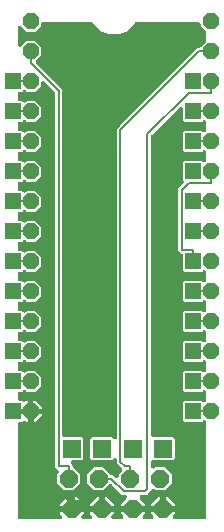
<source format=gbr>
G04 EAGLE Gerber RS-274X export*
G75*
%MOMM*%
%FSLAX34Y34*%
%LPD*%
%INBottom Copper*%
%IPPOS*%
%AMOC8*
5,1,8,0,0,1.08239X$1,22.5*%
G01*
%ADD10R,1.320800X1.320800*%
%ADD11P,1.429621X8X22.500000*%
%ADD12R,1.524000X1.524000*%
%ADD13P,1.649562X8X22.500000*%
%ADD14C,0.203200*%
%ADD15C,0.381000*%

G36*
X47106Y12704D02*
X47106Y12704D01*
X47139Y12702D01*
X47299Y12724D01*
X47460Y12741D01*
X47492Y12751D01*
X47525Y12755D01*
X47678Y12810D01*
X47832Y12859D01*
X47861Y12875D01*
X47892Y12886D01*
X48031Y12971D01*
X48172Y13050D01*
X48197Y13072D01*
X48225Y13089D01*
X48343Y13200D01*
X48465Y13306D01*
X48485Y13333D01*
X48510Y13355D01*
X48603Y13488D01*
X48700Y13617D01*
X48715Y13647D01*
X48734Y13674D01*
X48798Y13823D01*
X48868Y13969D01*
X48875Y14001D01*
X48889Y14032D01*
X48921Y14191D01*
X48959Y14348D01*
X48960Y14381D01*
X48967Y14414D01*
X48967Y14576D01*
X48972Y14738D01*
X48967Y14770D01*
X48966Y14804D01*
X48933Y14962D01*
X48905Y15122D01*
X48893Y15152D01*
X48886Y15185D01*
X48821Y15334D01*
X48762Y15484D01*
X48744Y15512D01*
X48730Y15542D01*
X48680Y15609D01*
X48547Y15809D01*
X48463Y15893D01*
X48419Y15952D01*
X46989Y17381D01*
X46989Y19051D01*
X56515Y19051D01*
X56581Y19058D01*
X56647Y19055D01*
X56774Y19077D01*
X56903Y19091D01*
X56966Y19111D01*
X57031Y19122D01*
X57139Y19165D01*
X57149Y19160D01*
X57214Y19144D01*
X57276Y19120D01*
X57363Y19108D01*
X57528Y19068D01*
X57698Y19063D01*
X57785Y19051D01*
X67311Y19051D01*
X67311Y17381D01*
X65881Y15952D01*
X65860Y15926D01*
X65835Y15904D01*
X65737Y15775D01*
X65635Y15649D01*
X65620Y15620D01*
X65600Y15593D01*
X65530Y15447D01*
X65456Y15303D01*
X65447Y15271D01*
X65432Y15241D01*
X65394Y15084D01*
X65351Y14928D01*
X65348Y14894D01*
X65341Y14862D01*
X65335Y14700D01*
X65324Y14539D01*
X65329Y14506D01*
X65328Y14472D01*
X65356Y14313D01*
X65378Y14153D01*
X65389Y14121D01*
X65395Y14088D01*
X65454Y13938D01*
X65509Y13785D01*
X65526Y13757D01*
X65538Y13726D01*
X65627Y13591D01*
X65711Y13453D01*
X65734Y13428D01*
X65753Y13400D01*
X65867Y13286D01*
X65978Y13168D01*
X66005Y13149D01*
X66029Y13125D01*
X66164Y13037D01*
X66297Y12944D01*
X66327Y12930D01*
X66355Y12912D01*
X66506Y12853D01*
X66654Y12789D01*
X66687Y12782D01*
X66718Y12770D01*
X66800Y12759D01*
X67036Y12710D01*
X67155Y12711D01*
X67227Y12701D01*
X72473Y12701D01*
X72506Y12704D01*
X72539Y12702D01*
X72699Y12724D01*
X72860Y12741D01*
X72892Y12751D01*
X72925Y12755D01*
X73078Y12810D01*
X73232Y12859D01*
X73261Y12875D01*
X73292Y12886D01*
X73431Y12971D01*
X73572Y13050D01*
X73597Y13072D01*
X73625Y13089D01*
X73743Y13200D01*
X73865Y13306D01*
X73885Y13333D01*
X73910Y13355D01*
X74003Y13488D01*
X74100Y13617D01*
X74115Y13647D01*
X74134Y13674D01*
X74198Y13823D01*
X74268Y13969D01*
X74275Y14001D01*
X74289Y14032D01*
X74321Y14191D01*
X74359Y14348D01*
X74360Y14381D01*
X74367Y14414D01*
X74367Y14576D01*
X74372Y14738D01*
X74367Y14770D01*
X74366Y14804D01*
X74333Y14962D01*
X74305Y15122D01*
X74293Y15152D01*
X74286Y15185D01*
X74221Y15334D01*
X74162Y15484D01*
X74144Y15512D01*
X74130Y15542D01*
X74080Y15609D01*
X73947Y15809D01*
X73863Y15893D01*
X73819Y15952D01*
X72389Y17381D01*
X72389Y19051D01*
X81915Y19051D01*
X81981Y19058D01*
X82047Y19055D01*
X82174Y19077D01*
X82303Y19091D01*
X82366Y19111D01*
X82431Y19122D01*
X82539Y19165D01*
X82549Y19160D01*
X82614Y19144D01*
X82676Y19120D01*
X82763Y19108D01*
X82928Y19068D01*
X83098Y19063D01*
X83185Y19051D01*
X92711Y19051D01*
X92711Y17381D01*
X91281Y15952D01*
X91260Y15926D01*
X91235Y15904D01*
X91137Y15775D01*
X91035Y15649D01*
X91020Y15620D01*
X91000Y15593D01*
X90930Y15447D01*
X90856Y15303D01*
X90847Y15271D01*
X90832Y15241D01*
X90794Y15084D01*
X90751Y14928D01*
X90748Y14894D01*
X90741Y14862D01*
X90735Y14700D01*
X90724Y14539D01*
X90729Y14506D01*
X90728Y14472D01*
X90756Y14313D01*
X90778Y14153D01*
X90789Y14121D01*
X90795Y14088D01*
X90854Y13938D01*
X90909Y13785D01*
X90926Y13757D01*
X90938Y13726D01*
X91027Y13591D01*
X91111Y13453D01*
X91134Y13428D01*
X91153Y13400D01*
X91267Y13286D01*
X91378Y13168D01*
X91405Y13149D01*
X91429Y13125D01*
X91564Y13037D01*
X91697Y12944D01*
X91727Y12930D01*
X91755Y12912D01*
X91906Y12853D01*
X92054Y12789D01*
X92087Y12782D01*
X92118Y12770D01*
X92200Y12759D01*
X92436Y12710D01*
X92555Y12711D01*
X92627Y12701D01*
X99143Y12701D01*
X99176Y12704D01*
X99209Y12702D01*
X99369Y12724D01*
X99530Y12741D01*
X99562Y12751D01*
X99595Y12755D01*
X99748Y12810D01*
X99902Y12859D01*
X99931Y12875D01*
X99962Y12886D01*
X100101Y12971D01*
X100242Y13050D01*
X100267Y13072D01*
X100295Y13089D01*
X100413Y13200D01*
X100535Y13306D01*
X100555Y13333D01*
X100580Y13355D01*
X100673Y13488D01*
X100770Y13617D01*
X100785Y13647D01*
X100804Y13674D01*
X100868Y13823D01*
X100938Y13969D01*
X100945Y14001D01*
X100959Y14032D01*
X100991Y14191D01*
X101029Y14348D01*
X101030Y14381D01*
X101037Y14414D01*
X101037Y14576D01*
X101042Y14738D01*
X101037Y14770D01*
X101036Y14804D01*
X101003Y14962D01*
X100975Y15122D01*
X100963Y15152D01*
X100956Y15185D01*
X100891Y15334D01*
X100832Y15484D01*
X100814Y15512D01*
X100800Y15542D01*
X100750Y15609D01*
X100617Y15809D01*
X100533Y15893D01*
X100489Y15952D01*
X99059Y17381D01*
X99059Y19051D01*
X108585Y19051D01*
X108651Y19058D01*
X108717Y19055D01*
X108844Y19077D01*
X108973Y19091D01*
X109036Y19111D01*
X109101Y19122D01*
X109209Y19165D01*
X109219Y19160D01*
X109284Y19144D01*
X109346Y19120D01*
X109433Y19108D01*
X109598Y19068D01*
X109768Y19063D01*
X109855Y19051D01*
X119381Y19051D01*
X119381Y17381D01*
X117951Y15952D01*
X117930Y15926D01*
X117905Y15904D01*
X117807Y15775D01*
X117705Y15649D01*
X117690Y15620D01*
X117670Y15593D01*
X117600Y15447D01*
X117526Y15303D01*
X117517Y15271D01*
X117502Y15241D01*
X117464Y15084D01*
X117421Y14928D01*
X117418Y14894D01*
X117411Y14862D01*
X117405Y14700D01*
X117394Y14539D01*
X117399Y14506D01*
X117398Y14472D01*
X117426Y14313D01*
X117448Y14153D01*
X117459Y14121D01*
X117465Y14088D01*
X117524Y13938D01*
X117579Y13785D01*
X117596Y13757D01*
X117608Y13726D01*
X117697Y13591D01*
X117781Y13453D01*
X117804Y13428D01*
X117823Y13400D01*
X117937Y13286D01*
X118048Y13168D01*
X118075Y13149D01*
X118099Y13125D01*
X118234Y13037D01*
X118367Y12944D01*
X118397Y12930D01*
X118425Y12912D01*
X118576Y12853D01*
X118724Y12789D01*
X118757Y12782D01*
X118788Y12770D01*
X118870Y12759D01*
X119106Y12710D01*
X119225Y12711D01*
X119297Y12701D01*
X124543Y12701D01*
X124576Y12704D01*
X124609Y12702D01*
X124769Y12724D01*
X124930Y12741D01*
X124962Y12751D01*
X124995Y12755D01*
X125148Y12810D01*
X125302Y12859D01*
X125331Y12875D01*
X125362Y12886D01*
X125501Y12971D01*
X125642Y13050D01*
X125667Y13072D01*
X125695Y13089D01*
X125813Y13200D01*
X125935Y13306D01*
X125955Y13333D01*
X125980Y13355D01*
X126073Y13488D01*
X126170Y13617D01*
X126185Y13647D01*
X126204Y13674D01*
X126268Y13823D01*
X126338Y13969D01*
X126345Y14001D01*
X126359Y14032D01*
X126391Y14191D01*
X126429Y14348D01*
X126430Y14381D01*
X126437Y14414D01*
X126437Y14576D01*
X126442Y14738D01*
X126437Y14770D01*
X126436Y14804D01*
X126403Y14962D01*
X126375Y15122D01*
X126363Y15152D01*
X126356Y15185D01*
X126291Y15334D01*
X126232Y15484D01*
X126214Y15512D01*
X126200Y15542D01*
X126150Y15609D01*
X126017Y15809D01*
X125933Y15893D01*
X125889Y15952D01*
X124459Y17381D01*
X124459Y19051D01*
X133985Y19051D01*
X134051Y19058D01*
X134117Y19055D01*
X134244Y19077D01*
X134373Y19091D01*
X134436Y19111D01*
X134501Y19122D01*
X134609Y19165D01*
X134619Y19160D01*
X134684Y19144D01*
X134746Y19120D01*
X134833Y19108D01*
X134998Y19068D01*
X135168Y19063D01*
X135255Y19051D01*
X144781Y19051D01*
X144781Y17381D01*
X143351Y15952D01*
X143330Y15926D01*
X143305Y15904D01*
X143207Y15775D01*
X143105Y15649D01*
X143090Y15620D01*
X143070Y15593D01*
X143000Y15447D01*
X142926Y15303D01*
X142917Y15271D01*
X142902Y15241D01*
X142864Y15084D01*
X142821Y14928D01*
X142818Y14894D01*
X142811Y14862D01*
X142805Y14700D01*
X142794Y14539D01*
X142799Y14506D01*
X142798Y14472D01*
X142826Y14313D01*
X142848Y14153D01*
X142859Y14121D01*
X142865Y14088D01*
X142924Y13938D01*
X142979Y13785D01*
X142996Y13757D01*
X143008Y13726D01*
X143097Y13591D01*
X143181Y13453D01*
X143204Y13428D01*
X143223Y13400D01*
X143337Y13286D01*
X143448Y13168D01*
X143475Y13149D01*
X143499Y13125D01*
X143634Y13037D01*
X143767Y12944D01*
X143797Y12930D01*
X143825Y12912D01*
X143976Y12853D01*
X144124Y12789D01*
X144157Y12782D01*
X144188Y12770D01*
X144270Y12759D01*
X144506Y12710D01*
X144625Y12711D01*
X144697Y12701D01*
X169345Y12701D01*
X169411Y12708D01*
X169478Y12705D01*
X169605Y12727D01*
X169733Y12741D01*
X169796Y12761D01*
X169862Y12772D01*
X169981Y12820D01*
X170104Y12859D01*
X170162Y12891D01*
X170224Y12916D01*
X170331Y12987D01*
X170444Y13050D01*
X170494Y13094D01*
X170550Y13130D01*
X170641Y13221D01*
X170738Y13306D01*
X170778Y13359D01*
X170825Y13406D01*
X170895Y13514D01*
X170973Y13617D01*
X171001Y13677D01*
X171038Y13733D01*
X171085Y13853D01*
X171140Y13969D01*
X171156Y14034D01*
X171180Y14096D01*
X171192Y14182D01*
X171232Y14348D01*
X171237Y14518D01*
X171249Y14605D01*
X171249Y94689D01*
X171246Y94722D01*
X171248Y94756D01*
X171226Y94916D01*
X171209Y95077D01*
X171199Y95109D01*
X171195Y95142D01*
X171140Y95295D01*
X171091Y95449D01*
X171075Y95478D01*
X171064Y95509D01*
X170979Y95647D01*
X170900Y95788D01*
X170878Y95813D01*
X170861Y95842D01*
X170750Y95960D01*
X170644Y96082D01*
X170617Y96102D01*
X170595Y96126D01*
X170462Y96219D01*
X170333Y96317D01*
X170303Y96331D01*
X170276Y96351D01*
X170127Y96415D01*
X169981Y96484D01*
X169948Y96492D01*
X169918Y96505D01*
X169760Y96538D01*
X169602Y96576D01*
X169569Y96577D01*
X169536Y96584D01*
X169374Y96584D01*
X169212Y96589D01*
X169180Y96583D01*
X169146Y96583D01*
X168988Y96550D01*
X168828Y96522D01*
X168798Y96510D01*
X168765Y96503D01*
X168616Y96438D01*
X168466Y96379D01*
X168438Y96360D01*
X168408Y96347D01*
X168341Y96296D01*
X168141Y96164D01*
X168057Y96080D01*
X167998Y96036D01*
X167466Y95503D01*
X152574Y95503D01*
X151383Y96694D01*
X151383Y111586D01*
X152574Y112777D01*
X167466Y112777D01*
X167998Y112244D01*
X168024Y112223D01*
X168046Y112198D01*
X168100Y112158D01*
X168111Y112146D01*
X168137Y112130D01*
X168175Y112101D01*
X168301Y111998D01*
X168330Y111983D01*
X168357Y111963D01*
X168503Y111894D01*
X168647Y111819D01*
X168679Y111810D01*
X168709Y111796D01*
X168866Y111758D01*
X169022Y111714D01*
X169056Y111712D01*
X169088Y111704D01*
X169250Y111699D01*
X169411Y111688D01*
X169444Y111692D01*
X169478Y111691D01*
X169637Y111719D01*
X169797Y111741D01*
X169829Y111752D01*
X169862Y111758D01*
X170012Y111818D01*
X170165Y111872D01*
X170193Y111889D01*
X170224Y111901D01*
X170359Y111990D01*
X170497Y112075D01*
X170522Y112098D01*
X170550Y112116D01*
X170664Y112230D01*
X170782Y112341D01*
X170801Y112368D01*
X170825Y112392D01*
X170913Y112527D01*
X171006Y112660D01*
X171020Y112691D01*
X171038Y112718D01*
X171097Y112869D01*
X171161Y113018D01*
X171168Y113050D01*
X171180Y113081D01*
X171191Y113164D01*
X171240Y113399D01*
X171239Y113518D01*
X171249Y113591D01*
X171249Y120089D01*
X171246Y120122D01*
X171248Y120156D01*
X171226Y120316D01*
X171209Y120477D01*
X171199Y120509D01*
X171195Y120542D01*
X171140Y120695D01*
X171091Y120849D01*
X171075Y120878D01*
X171064Y120909D01*
X170979Y121047D01*
X170900Y121188D01*
X170878Y121213D01*
X170861Y121242D01*
X170750Y121360D01*
X170644Y121482D01*
X170617Y121502D01*
X170595Y121526D01*
X170462Y121619D01*
X170333Y121717D01*
X170303Y121731D01*
X170276Y121751D01*
X170127Y121815D01*
X169981Y121884D01*
X169948Y121892D01*
X169918Y121905D01*
X169760Y121938D01*
X169602Y121976D01*
X169569Y121977D01*
X169536Y121984D01*
X169374Y121984D01*
X169212Y121989D01*
X169180Y121983D01*
X169146Y121983D01*
X168988Y121950D01*
X168828Y121922D01*
X168798Y121910D01*
X168765Y121903D01*
X168616Y121838D01*
X168466Y121779D01*
X168438Y121760D01*
X168408Y121747D01*
X168341Y121696D01*
X168141Y121564D01*
X168057Y121480D01*
X167998Y121436D01*
X167466Y120903D01*
X152574Y120903D01*
X151383Y122094D01*
X151383Y136986D01*
X152574Y138177D01*
X167466Y138177D01*
X167998Y137644D01*
X168024Y137623D01*
X168046Y137598D01*
X168175Y137501D01*
X168301Y137398D01*
X168330Y137383D01*
X168357Y137363D01*
X168503Y137294D01*
X168647Y137219D01*
X168679Y137210D01*
X168709Y137196D01*
X168866Y137158D01*
X169022Y137114D01*
X169056Y137112D01*
X169088Y137104D01*
X169250Y137099D01*
X169411Y137088D01*
X169444Y137092D01*
X169478Y137091D01*
X169637Y137119D01*
X169797Y137141D01*
X169829Y137152D01*
X169862Y137158D01*
X170012Y137218D01*
X170165Y137272D01*
X170193Y137289D01*
X170224Y137301D01*
X170359Y137390D01*
X170497Y137475D01*
X170522Y137498D01*
X170550Y137516D01*
X170664Y137630D01*
X170782Y137741D01*
X170801Y137768D01*
X170825Y137792D01*
X170913Y137927D01*
X171006Y138060D01*
X171020Y138091D01*
X171038Y138118D01*
X171097Y138269D01*
X171161Y138418D01*
X171168Y138450D01*
X171180Y138481D01*
X171191Y138564D01*
X171240Y138799D01*
X171239Y138918D01*
X171249Y138991D01*
X171249Y145489D01*
X171246Y145522D01*
X171248Y145556D01*
X171226Y145716D01*
X171209Y145877D01*
X171199Y145909D01*
X171195Y145942D01*
X171140Y146095D01*
X171091Y146249D01*
X171075Y146278D01*
X171064Y146309D01*
X170979Y146447D01*
X170900Y146588D01*
X170878Y146613D01*
X170861Y146642D01*
X170750Y146760D01*
X170644Y146882D01*
X170617Y146902D01*
X170595Y146926D01*
X170462Y147019D01*
X170333Y147117D01*
X170303Y147131D01*
X170276Y147151D01*
X170127Y147215D01*
X169981Y147284D01*
X169948Y147292D01*
X169918Y147305D01*
X169760Y147338D01*
X169602Y147376D01*
X169569Y147377D01*
X169536Y147384D01*
X169374Y147384D01*
X169212Y147389D01*
X169180Y147383D01*
X169146Y147383D01*
X168988Y147350D01*
X168828Y147322D01*
X168798Y147310D01*
X168765Y147303D01*
X168616Y147238D01*
X168466Y147179D01*
X168438Y147160D01*
X168408Y147147D01*
X168341Y147096D01*
X168141Y146964D01*
X168057Y146880D01*
X167998Y146836D01*
X167466Y146303D01*
X152574Y146303D01*
X151383Y147494D01*
X151383Y162386D01*
X152574Y163577D01*
X167466Y163577D01*
X167998Y163044D01*
X168024Y163023D01*
X168046Y162998D01*
X168175Y162901D01*
X168301Y162798D01*
X168330Y162783D01*
X168357Y162763D01*
X168503Y162694D01*
X168647Y162619D01*
X168679Y162610D01*
X168709Y162596D01*
X168866Y162558D01*
X169022Y162514D01*
X169056Y162512D01*
X169088Y162504D01*
X169250Y162499D01*
X169411Y162488D01*
X169444Y162492D01*
X169478Y162491D01*
X169637Y162519D01*
X169797Y162541D01*
X169829Y162552D01*
X169862Y162558D01*
X170012Y162618D01*
X170165Y162672D01*
X170193Y162689D01*
X170224Y162701D01*
X170359Y162790D01*
X170497Y162875D01*
X170522Y162898D01*
X170550Y162916D01*
X170664Y163030D01*
X170782Y163141D01*
X170801Y163168D01*
X170825Y163192D01*
X170913Y163327D01*
X171006Y163460D01*
X171020Y163491D01*
X171038Y163518D01*
X171097Y163669D01*
X171161Y163818D01*
X171168Y163850D01*
X171180Y163881D01*
X171191Y163964D01*
X171240Y164199D01*
X171239Y164318D01*
X171249Y164391D01*
X171249Y170889D01*
X171246Y170922D01*
X171248Y170956D01*
X171226Y171116D01*
X171209Y171277D01*
X171199Y171309D01*
X171195Y171342D01*
X171140Y171495D01*
X171091Y171649D01*
X171075Y171678D01*
X171064Y171709D01*
X170979Y171847D01*
X170900Y171988D01*
X170878Y172013D01*
X170861Y172042D01*
X170750Y172160D01*
X170644Y172282D01*
X170617Y172302D01*
X170595Y172326D01*
X170462Y172419D01*
X170333Y172517D01*
X170303Y172531D01*
X170276Y172551D01*
X170127Y172615D01*
X169981Y172684D01*
X169948Y172692D01*
X169918Y172705D01*
X169760Y172738D01*
X169602Y172776D01*
X169569Y172777D01*
X169536Y172784D01*
X169374Y172784D01*
X169212Y172789D01*
X169180Y172783D01*
X169146Y172783D01*
X168988Y172750D01*
X168828Y172722D01*
X168798Y172710D01*
X168765Y172703D01*
X168616Y172638D01*
X168466Y172579D01*
X168438Y172560D01*
X168408Y172547D01*
X168341Y172496D01*
X168141Y172364D01*
X168057Y172280D01*
X167998Y172236D01*
X167466Y171703D01*
X152574Y171703D01*
X151383Y172894D01*
X151383Y187786D01*
X152574Y188977D01*
X167466Y188977D01*
X167998Y188444D01*
X168024Y188423D01*
X168046Y188398D01*
X168099Y188358D01*
X168141Y188316D01*
X168215Y188268D01*
X168301Y188198D01*
X168330Y188183D01*
X168357Y188163D01*
X168427Y188129D01*
X168467Y188103D01*
X168536Y188076D01*
X168647Y188019D01*
X168679Y188010D01*
X168709Y187996D01*
X168795Y187975D01*
X168830Y187961D01*
X168876Y187955D01*
X169022Y187914D01*
X169056Y187912D01*
X169088Y187904D01*
X169250Y187899D01*
X169329Y187893D01*
X169340Y187892D01*
X169345Y187892D01*
X169347Y187892D01*
X169411Y187888D01*
X169444Y187892D01*
X169478Y187891D01*
X169637Y187919D01*
X169721Y187930D01*
X169733Y187932D01*
X169735Y187932D01*
X169797Y187941D01*
X169829Y187952D01*
X169862Y187958D01*
X170012Y188018D01*
X170086Y188044D01*
X170104Y188050D01*
X170108Y188052D01*
X170165Y188072D01*
X170193Y188089D01*
X170224Y188101D01*
X170359Y188190D01*
X170416Y188225D01*
X170444Y188241D01*
X170449Y188245D01*
X170497Y188275D01*
X170522Y188298D01*
X170550Y188316D01*
X170664Y188430D01*
X170699Y188464D01*
X170738Y188497D01*
X170744Y188505D01*
X170782Y188541D01*
X170801Y188568D01*
X170825Y188592D01*
X170913Y188727D01*
X170928Y188749D01*
X170973Y188808D01*
X170979Y188822D01*
X171006Y188860D01*
X171020Y188891D01*
X171038Y188918D01*
X171097Y189069D01*
X171140Y189160D01*
X171145Y189180D01*
X171161Y189218D01*
X171168Y189250D01*
X171180Y189281D01*
X171191Y189364D01*
X171201Y189412D01*
X171232Y189539D01*
X171233Y189566D01*
X171240Y189599D01*
X171239Y189718D01*
X171249Y189791D01*
X171249Y196289D01*
X171246Y196322D01*
X171248Y196356D01*
X171226Y196516D01*
X171209Y196677D01*
X171199Y196709D01*
X171195Y196742D01*
X171140Y196895D01*
X171091Y197049D01*
X171075Y197078D01*
X171064Y197109D01*
X170979Y197247D01*
X170900Y197388D01*
X170878Y197413D01*
X170861Y197442D01*
X170750Y197560D01*
X170644Y197682D01*
X170617Y197702D01*
X170595Y197726D01*
X170462Y197819D01*
X170333Y197917D01*
X170303Y197931D01*
X170276Y197951D01*
X170127Y198015D01*
X169981Y198084D01*
X169948Y198092D01*
X169918Y198105D01*
X169760Y198138D01*
X169602Y198176D01*
X169569Y198177D01*
X169536Y198184D01*
X169374Y198184D01*
X169212Y198189D01*
X169180Y198183D01*
X169146Y198183D01*
X168988Y198150D01*
X168828Y198122D01*
X168798Y198110D01*
X168765Y198103D01*
X168616Y198038D01*
X168466Y197979D01*
X168438Y197960D01*
X168408Y197947D01*
X168341Y197896D01*
X168141Y197764D01*
X168057Y197680D01*
X167998Y197636D01*
X167466Y197103D01*
X152574Y197103D01*
X151383Y198294D01*
X151383Y213186D01*
X152574Y214377D01*
X167466Y214377D01*
X167998Y213844D01*
X168024Y213823D01*
X168046Y213798D01*
X168175Y213701D01*
X168301Y213598D01*
X168330Y213583D01*
X168357Y213563D01*
X168503Y213494D01*
X168647Y213419D01*
X168679Y213410D01*
X168709Y213396D01*
X168866Y213358D01*
X169022Y213314D01*
X169056Y213312D01*
X169088Y213304D01*
X169250Y213299D01*
X169411Y213288D01*
X169444Y213292D01*
X169478Y213291D01*
X169637Y213319D01*
X169797Y213341D01*
X169829Y213352D01*
X169862Y213358D01*
X170012Y213418D01*
X170165Y213472D01*
X170193Y213489D01*
X170224Y213501D01*
X170359Y213590D01*
X170497Y213675D01*
X170522Y213698D01*
X170550Y213716D01*
X170664Y213830D01*
X170782Y213941D01*
X170801Y213968D01*
X170825Y213992D01*
X170913Y214127D01*
X171006Y214260D01*
X171020Y214291D01*
X171038Y214318D01*
X171097Y214469D01*
X171161Y214618D01*
X171168Y214650D01*
X171180Y214681D01*
X171191Y214764D01*
X171240Y214999D01*
X171239Y215118D01*
X171249Y215191D01*
X171249Y221689D01*
X171246Y221722D01*
X171248Y221756D01*
X171226Y221916D01*
X171209Y222077D01*
X171199Y222109D01*
X171195Y222142D01*
X171140Y222295D01*
X171091Y222449D01*
X171075Y222478D01*
X171064Y222509D01*
X170979Y222647D01*
X170900Y222788D01*
X170878Y222813D01*
X170861Y222842D01*
X170750Y222960D01*
X170644Y223082D01*
X170617Y223102D01*
X170595Y223126D01*
X170462Y223219D01*
X170333Y223317D01*
X170303Y223331D01*
X170276Y223351D01*
X170127Y223415D01*
X169981Y223484D01*
X169948Y223492D01*
X169918Y223505D01*
X169760Y223538D01*
X169602Y223576D01*
X169569Y223577D01*
X169536Y223584D01*
X169374Y223584D01*
X169212Y223589D01*
X169180Y223583D01*
X169146Y223583D01*
X168988Y223550D01*
X168828Y223522D01*
X168798Y223510D01*
X168765Y223503D01*
X168616Y223438D01*
X168466Y223379D01*
X168438Y223360D01*
X168408Y223347D01*
X168341Y223296D01*
X168141Y223164D01*
X168057Y223080D01*
X167998Y223036D01*
X167466Y222503D01*
X152574Y222503D01*
X151383Y223694D01*
X151383Y235864D01*
X151376Y235930D01*
X151379Y235997D01*
X151357Y236124D01*
X151343Y236252D01*
X151323Y236315D01*
X151312Y236381D01*
X151264Y236500D01*
X151225Y236623D01*
X151193Y236681D01*
X151168Y236743D01*
X151097Y236850D01*
X151034Y236963D01*
X150990Y237013D01*
X150954Y237069D01*
X150863Y237160D01*
X150778Y237257D01*
X150725Y237297D01*
X150678Y237344D01*
X150570Y237414D01*
X150467Y237492D01*
X150407Y237520D01*
X150351Y237557D01*
X150231Y237604D01*
X150115Y237659D01*
X150050Y237675D01*
X149988Y237699D01*
X149902Y237711D01*
X149736Y237751D01*
X149651Y237754D01*
X148744Y238663D01*
X148743Y238663D01*
X148743Y238664D01*
X147298Y240109D01*
X147295Y240113D01*
X147293Y240114D01*
X147294Y241379D01*
X147294Y241380D01*
X147294Y241381D01*
X147294Y291520D01*
X147294Y292779D01*
X148247Y293732D01*
X151550Y297035D01*
X151592Y297086D01*
X151640Y297132D01*
X151714Y297237D01*
X151796Y297337D01*
X151826Y297396D01*
X151864Y297450D01*
X151916Y297569D01*
X151975Y297683D01*
X151993Y297747D01*
X152019Y297808D01*
X152045Y297934D01*
X152080Y298059D01*
X152084Y298125D01*
X152098Y298190D01*
X152097Y298319D01*
X152106Y298448D01*
X152097Y298513D01*
X152097Y298580D01*
X152070Y298706D01*
X152053Y298834D01*
X152030Y298896D01*
X152017Y298961D01*
X151965Y299080D01*
X151922Y299201D01*
X151887Y299258D01*
X151861Y299318D01*
X151808Y299388D01*
X151719Y299534D01*
X151603Y299658D01*
X151550Y299728D01*
X151383Y299894D01*
X151383Y314786D01*
X152574Y315977D01*
X167466Y315977D01*
X167998Y315444D01*
X168024Y315423D01*
X168046Y315398D01*
X168175Y315301D01*
X168301Y315198D01*
X168330Y315183D01*
X168357Y315163D01*
X168503Y315094D01*
X168647Y315019D01*
X168679Y315010D01*
X168709Y314996D01*
X168866Y314958D01*
X169022Y314914D01*
X169056Y314912D01*
X169088Y314904D01*
X169250Y314899D01*
X169411Y314888D01*
X169444Y314892D01*
X169478Y314891D01*
X169637Y314919D01*
X169797Y314941D01*
X169829Y314952D01*
X169862Y314958D01*
X170012Y315018D01*
X170165Y315072D01*
X170193Y315089D01*
X170224Y315101D01*
X170359Y315190D01*
X170497Y315275D01*
X170522Y315298D01*
X170550Y315316D01*
X170664Y315430D01*
X170782Y315541D01*
X170801Y315568D01*
X170825Y315592D01*
X170913Y315727D01*
X171006Y315860D01*
X171020Y315891D01*
X171038Y315918D01*
X171097Y316069D01*
X171161Y316218D01*
X171168Y316250D01*
X171180Y316281D01*
X171191Y316364D01*
X171240Y316599D01*
X171239Y316718D01*
X171249Y316791D01*
X171249Y323289D01*
X171246Y323322D01*
X171248Y323356D01*
X171226Y323516D01*
X171209Y323677D01*
X171199Y323709D01*
X171195Y323742D01*
X171140Y323895D01*
X171091Y324049D01*
X171075Y324078D01*
X171064Y324109D01*
X170979Y324247D01*
X170900Y324388D01*
X170878Y324413D01*
X170861Y324442D01*
X170750Y324560D01*
X170644Y324682D01*
X170617Y324702D01*
X170595Y324726D01*
X170462Y324819D01*
X170333Y324917D01*
X170303Y324931D01*
X170276Y324951D01*
X170127Y325015D01*
X169981Y325084D01*
X169948Y325092D01*
X169918Y325105D01*
X169760Y325138D01*
X169602Y325176D01*
X169569Y325177D01*
X169536Y325184D01*
X169374Y325184D01*
X169212Y325189D01*
X169180Y325183D01*
X169146Y325183D01*
X168988Y325150D01*
X168828Y325122D01*
X168798Y325110D01*
X168765Y325103D01*
X168616Y325038D01*
X168466Y324979D01*
X168438Y324960D01*
X168408Y324947D01*
X168341Y324896D01*
X168141Y324764D01*
X168057Y324680D01*
X167998Y324636D01*
X167466Y324103D01*
X152574Y324103D01*
X151383Y325294D01*
X151383Y340186D01*
X152574Y341377D01*
X167466Y341377D01*
X167998Y340844D01*
X168024Y340823D01*
X168046Y340798D01*
X168175Y340701D01*
X168301Y340598D01*
X168330Y340583D01*
X168357Y340563D01*
X168503Y340494D01*
X168647Y340419D01*
X168679Y340410D01*
X168709Y340396D01*
X168866Y340358D01*
X169022Y340314D01*
X169056Y340312D01*
X169088Y340304D01*
X169250Y340299D01*
X169411Y340288D01*
X169444Y340292D01*
X169478Y340291D01*
X169637Y340319D01*
X169797Y340341D01*
X169829Y340352D01*
X169862Y340358D01*
X170012Y340418D01*
X170165Y340472D01*
X170193Y340489D01*
X170224Y340501D01*
X170359Y340590D01*
X170497Y340675D01*
X170522Y340698D01*
X170550Y340716D01*
X170664Y340830D01*
X170782Y340941D01*
X170801Y340968D01*
X170825Y340992D01*
X170913Y341127D01*
X171006Y341260D01*
X171020Y341291D01*
X171038Y341318D01*
X171097Y341469D01*
X171161Y341618D01*
X171168Y341650D01*
X171180Y341681D01*
X171191Y341764D01*
X171240Y341999D01*
X171239Y342118D01*
X171249Y342191D01*
X171249Y348689D01*
X171246Y348722D01*
X171248Y348756D01*
X171226Y348916D01*
X171209Y349077D01*
X171199Y349109D01*
X171195Y349142D01*
X171140Y349295D01*
X171091Y349449D01*
X171075Y349478D01*
X171064Y349509D01*
X170979Y349647D01*
X170900Y349788D01*
X170878Y349813D01*
X170861Y349842D01*
X170750Y349960D01*
X170644Y350082D01*
X170617Y350102D01*
X170595Y350126D01*
X170462Y350219D01*
X170333Y350317D01*
X170303Y350331D01*
X170276Y350351D01*
X170127Y350415D01*
X169981Y350484D01*
X169948Y350492D01*
X169918Y350505D01*
X169760Y350538D01*
X169602Y350576D01*
X169569Y350577D01*
X169536Y350584D01*
X169374Y350584D01*
X169212Y350589D01*
X169180Y350583D01*
X169146Y350583D01*
X168988Y350550D01*
X168828Y350522D01*
X168798Y350510D01*
X168765Y350503D01*
X168616Y350438D01*
X168466Y350379D01*
X168438Y350360D01*
X168408Y350347D01*
X168341Y350296D01*
X168141Y350164D01*
X168057Y350080D01*
X167998Y350036D01*
X167466Y349503D01*
X152574Y349503D01*
X151383Y350694D01*
X151383Y359848D01*
X151380Y359881D01*
X151382Y359914D01*
X151360Y360075D01*
X151343Y360236D01*
X151333Y360268D01*
X151329Y360301D01*
X151274Y360453D01*
X151225Y360607D01*
X151209Y360636D01*
X151198Y360668D01*
X151113Y360806D01*
X151034Y360947D01*
X151012Y360972D01*
X150995Y361001D01*
X150884Y361119D01*
X150778Y361241D01*
X150751Y361261D01*
X150729Y361285D01*
X150596Y361378D01*
X150467Y361476D01*
X150437Y361490D01*
X150410Y361509D01*
X150261Y361574D01*
X150115Y361643D01*
X150083Y361651D01*
X150052Y361664D01*
X149893Y361697D01*
X149736Y361735D01*
X149703Y361736D01*
X149670Y361743D01*
X149508Y361742D01*
X149346Y361748D01*
X149314Y361742D01*
X149280Y361742D01*
X149122Y361709D01*
X148962Y361681D01*
X148932Y361669D01*
X148899Y361662D01*
X148750Y361597D01*
X148600Y361537D01*
X148572Y361519D01*
X148542Y361506D01*
X148475Y361455D01*
X148275Y361323D01*
X148191Y361239D01*
X148132Y361195D01*
X124967Y338029D01*
X124905Y337952D01*
X124834Y337881D01*
X124782Y337801D01*
X124721Y337727D01*
X124676Y337638D01*
X124621Y337555D01*
X124586Y337466D01*
X124542Y337380D01*
X124515Y337285D01*
X124479Y337192D01*
X124469Y337119D01*
X124437Y337005D01*
X124421Y336765D01*
X124410Y336682D01*
X124410Y83947D01*
X124417Y83881D01*
X124414Y83814D01*
X124436Y83687D01*
X124450Y83559D01*
X124470Y83496D01*
X124481Y83430D01*
X124529Y83311D01*
X124568Y83188D01*
X124600Y83130D01*
X124625Y83068D01*
X124696Y82961D01*
X124759Y82848D01*
X124803Y82798D01*
X124839Y82742D01*
X124930Y82651D01*
X125015Y82554D01*
X125068Y82514D01*
X125115Y82467D01*
X125223Y82397D01*
X125326Y82319D01*
X125386Y82291D01*
X125442Y82254D01*
X125562Y82207D01*
X125678Y82152D01*
X125743Y82136D01*
X125805Y82112D01*
X125891Y82100D01*
X126057Y82060D01*
X126227Y82055D01*
X126314Y82043D01*
X143082Y82043D01*
X144273Y80852D01*
X144273Y63928D01*
X143082Y62737D01*
X126314Y62737D01*
X126248Y62730D01*
X126181Y62733D01*
X126054Y62711D01*
X125926Y62697D01*
X125863Y62677D01*
X125797Y62666D01*
X125678Y62618D01*
X125555Y62579D01*
X125497Y62547D01*
X125435Y62522D01*
X125328Y62451D01*
X125215Y62388D01*
X125165Y62344D01*
X125109Y62308D01*
X125018Y62217D01*
X124921Y62132D01*
X124881Y62079D01*
X124834Y62032D01*
X124764Y61924D01*
X124686Y61821D01*
X124658Y61761D01*
X124621Y61705D01*
X124574Y61585D01*
X124519Y61469D01*
X124503Y61404D01*
X124479Y61342D01*
X124467Y61256D01*
X124427Y61090D01*
X124422Y60920D01*
X124410Y60833D01*
X124410Y57568D01*
X124413Y57535D01*
X124411Y57502D01*
X124433Y57341D01*
X124450Y57180D01*
X124460Y57149D01*
X124464Y57116D01*
X124519Y56963D01*
X124568Y56809D01*
X124584Y56780D01*
X124595Y56748D01*
X124680Y56610D01*
X124759Y56469D01*
X124781Y56444D01*
X124798Y56416D01*
X124909Y56297D01*
X125015Y56175D01*
X125042Y56155D01*
X125064Y56131D01*
X125197Y56038D01*
X125326Y55940D01*
X125356Y55926D01*
X125383Y55907D01*
X125532Y55842D01*
X125678Y55773D01*
X125711Y55765D01*
X125741Y55752D01*
X125899Y55719D01*
X126057Y55681D01*
X126090Y55680D01*
X126123Y55673D01*
X126285Y55674D01*
X126447Y55668D01*
X126479Y55674D01*
X126513Y55674D01*
X126671Y55707D01*
X126831Y55735D01*
X126861Y55747D01*
X126894Y55754D01*
X127043Y55819D01*
X127193Y55879D01*
X127221Y55897D01*
X127251Y55910D01*
X127318Y55961D01*
X127518Y56093D01*
X127602Y56177D01*
X127661Y56221D01*
X128082Y56643D01*
X136078Y56643D01*
X141733Y50988D01*
X141733Y42992D01*
X136078Y37337D01*
X128082Y37337D01*
X127661Y37759D01*
X127635Y37780D01*
X127613Y37805D01*
X127484Y37902D01*
X127358Y38004D01*
X127329Y38020D01*
X127302Y38040D01*
X127156Y38109D01*
X127012Y38184D01*
X126980Y38193D01*
X126950Y38207D01*
X126793Y38245D01*
X126637Y38289D01*
X126603Y38291D01*
X126571Y38299D01*
X126409Y38304D01*
X126248Y38315D01*
X126215Y38311D01*
X126181Y38312D01*
X126022Y38284D01*
X125862Y38262D01*
X125830Y38251D01*
X125797Y38245D01*
X125647Y38185D01*
X125494Y38131D01*
X125466Y38114D01*
X125435Y38101D01*
X125300Y38012D01*
X125162Y37928D01*
X125137Y37905D01*
X125109Y37887D01*
X124995Y37772D01*
X124877Y37662D01*
X124858Y37634D01*
X124834Y37611D01*
X124746Y37475D01*
X124653Y37343D01*
X124639Y37312D01*
X124621Y37284D01*
X124567Y37146D01*
X123552Y36131D01*
X122069Y34648D01*
X122066Y34646D01*
X121586Y34166D01*
X120668Y33248D01*
X119405Y33248D01*
X116528Y33248D01*
X116495Y33245D01*
X116462Y33247D01*
X116302Y33225D01*
X116141Y33208D01*
X116109Y33198D01*
X116076Y33194D01*
X115923Y33139D01*
X115769Y33090D01*
X115740Y33074D01*
X115709Y33063D01*
X115571Y32979D01*
X115429Y32899D01*
X115404Y32877D01*
X115376Y32860D01*
X115258Y32749D01*
X115136Y32643D01*
X115116Y32616D01*
X115091Y32594D01*
X114998Y32461D01*
X114901Y32332D01*
X114886Y32302D01*
X114867Y32275D01*
X114803Y32126D01*
X114733Y31980D01*
X114726Y31948D01*
X114712Y31917D01*
X114680Y31758D01*
X114642Y31601D01*
X114641Y31568D01*
X114634Y31535D01*
X114634Y31373D01*
X114629Y31211D01*
X114634Y31179D01*
X114635Y31145D01*
X114668Y30987D01*
X114696Y30827D01*
X114708Y30797D01*
X114715Y30764D01*
X114780Y30615D01*
X114839Y30465D01*
X114857Y30437D01*
X114871Y30407D01*
X114921Y30340D01*
X115054Y30140D01*
X115138Y30056D01*
X115182Y29998D01*
X119381Y25799D01*
X119381Y24129D01*
X109855Y24129D01*
X109789Y24122D01*
X109723Y24125D01*
X109596Y24103D01*
X109467Y24089D01*
X109404Y24069D01*
X109339Y24058D01*
X109231Y24015D01*
X109221Y24020D01*
X109156Y24036D01*
X109094Y24060D01*
X109007Y24072D01*
X108842Y24112D01*
X108672Y24117D01*
X108585Y24129D01*
X99059Y24129D01*
X99059Y25799D01*
X103258Y29998D01*
X103279Y30023D01*
X103304Y30045D01*
X103402Y30174D01*
X103504Y30300D01*
X103519Y30329D01*
X103539Y30356D01*
X103609Y30502D01*
X103683Y30646D01*
X103692Y30678D01*
X103707Y30708D01*
X103745Y30865D01*
X103788Y31021D01*
X103791Y31055D01*
X103798Y31087D01*
X103804Y31249D01*
X103815Y31410D01*
X103810Y31443D01*
X103811Y31477D01*
X103783Y31636D01*
X103761Y31796D01*
X103750Y31828D01*
X103744Y31861D01*
X103685Y32011D01*
X103630Y32164D01*
X103613Y32192D01*
X103601Y32223D01*
X103512Y32358D01*
X103428Y32496D01*
X103405Y32521D01*
X103386Y32549D01*
X103272Y32663D01*
X103161Y32781D01*
X103134Y32800D01*
X103110Y32824D01*
X102975Y32912D01*
X102842Y33005D01*
X102812Y33018D01*
X102784Y33037D01*
X102633Y33096D01*
X102485Y33160D01*
X102452Y33167D01*
X102421Y33179D01*
X102338Y33190D01*
X102103Y33239D01*
X101984Y33238D01*
X101912Y33248D01*
X101404Y33248D01*
X100134Y33248D01*
X99039Y34343D01*
X99039Y34344D01*
X91373Y42009D01*
X91321Y42051D01*
X91276Y42099D01*
X91170Y42174D01*
X91070Y42255D01*
X91011Y42285D01*
X90957Y42324D01*
X90839Y42375D01*
X90724Y42434D01*
X90660Y42452D01*
X90599Y42478D01*
X90473Y42504D01*
X90349Y42539D01*
X90283Y42544D01*
X90218Y42557D01*
X90089Y42557D01*
X89960Y42565D01*
X89894Y42556D01*
X89828Y42556D01*
X89701Y42530D01*
X89574Y42512D01*
X89511Y42490D01*
X89446Y42476D01*
X89328Y42424D01*
X89207Y42381D01*
X89150Y42347D01*
X89089Y42320D01*
X89019Y42267D01*
X88874Y42178D01*
X88750Y42062D01*
X88680Y42009D01*
X84008Y37337D01*
X76012Y37337D01*
X70357Y42992D01*
X70357Y50988D01*
X76012Y56643D01*
X84008Y56643D01*
X90055Y50597D01*
X90132Y50534D01*
X90202Y50463D01*
X90283Y50411D01*
X90357Y50351D01*
X90445Y50305D01*
X90529Y50250D01*
X90618Y50215D01*
X90703Y50171D01*
X90799Y50144D01*
X90892Y50108D01*
X90964Y50098D01*
X91078Y50066D01*
X91319Y50050D01*
X91401Y50039D01*
X91966Y50039D01*
X93032Y48972D01*
X93777Y48228D01*
X93802Y48207D01*
X93824Y48182D01*
X93953Y48084D01*
X94079Y47982D01*
X94109Y47967D01*
X94135Y47947D01*
X94281Y47877D01*
X94425Y47803D01*
X94457Y47794D01*
X94487Y47780D01*
X94644Y47742D01*
X94800Y47698D01*
X94834Y47696D01*
X94866Y47688D01*
X95027Y47682D01*
X95189Y47672D01*
X95222Y47676D01*
X95256Y47675D01*
X95415Y47703D01*
X95576Y47725D01*
X95607Y47736D01*
X95640Y47742D01*
X95790Y47801D01*
X95943Y47856D01*
X95971Y47873D01*
X96002Y47885D01*
X96137Y47974D01*
X96275Y48059D01*
X96300Y48081D01*
X96328Y48100D01*
X96442Y48215D01*
X96560Y48325D01*
X96579Y48352D01*
X96603Y48376D01*
X96691Y48512D01*
X96784Y48644D01*
X96798Y48674D01*
X96816Y48702D01*
X96875Y48853D01*
X96939Y49002D01*
X96946Y49034D01*
X96958Y49065D01*
X96969Y49148D01*
X97018Y49383D01*
X97017Y49502D01*
X97027Y49575D01*
X97027Y50988D01*
X99451Y53412D01*
X99493Y53463D01*
X99541Y53509D01*
X99615Y53614D01*
X99697Y53714D01*
X99727Y53773D01*
X99766Y53828D01*
X99817Y53946D01*
X99876Y54060D01*
X99894Y54124D01*
X99920Y54185D01*
X99946Y54311D01*
X99981Y54436D01*
X99985Y54502D01*
X99999Y54567D01*
X99999Y54696D01*
X100007Y54825D01*
X99998Y54890D01*
X99998Y54957D01*
X99972Y55083D01*
X99954Y55211D01*
X99932Y55273D01*
X99918Y55338D01*
X99866Y55457D01*
X99823Y55578D01*
X99789Y55634D01*
X99762Y55696D01*
X99709Y55765D01*
X99620Y55911D01*
X99504Y56035D01*
X99451Y56105D01*
X98578Y56978D01*
X95452Y60103D01*
X95452Y62580D01*
X95449Y62613D01*
X95451Y62647D01*
X95429Y62807D01*
X95412Y62968D01*
X95402Y63000D01*
X95398Y63033D01*
X95343Y63185D01*
X95294Y63340D01*
X95278Y63369D01*
X95267Y63400D01*
X95182Y63538D01*
X95103Y63679D01*
X95081Y63704D01*
X95064Y63733D01*
X94953Y63851D01*
X94847Y63973D01*
X94820Y63993D01*
X94798Y64017D01*
X94665Y64110D01*
X94536Y64208D01*
X94506Y64222D01*
X94479Y64242D01*
X94330Y64306D01*
X94184Y64375D01*
X94152Y64383D01*
X94121Y64396D01*
X93962Y64429D01*
X93805Y64467D01*
X93772Y64468D01*
X93739Y64475D01*
X93577Y64475D01*
X93415Y64480D01*
X93383Y64474D01*
X93349Y64474D01*
X93191Y64441D01*
X93031Y64413D01*
X93001Y64401D01*
X92968Y64394D01*
X92819Y64329D01*
X92669Y64270D01*
X92641Y64251D01*
X92611Y64238D01*
X92544Y64187D01*
X92344Y64055D01*
X92260Y63971D01*
X92201Y63927D01*
X91012Y62737D01*
X74088Y62737D01*
X72897Y63928D01*
X72897Y80852D01*
X74088Y82043D01*
X91012Y82043D01*
X92201Y80853D01*
X92227Y80832D01*
X92249Y80807D01*
X92378Y80709D01*
X92504Y80607D01*
X92533Y80592D01*
X92560Y80572D01*
X92706Y80502D01*
X92850Y80428D01*
X92882Y80419D01*
X92912Y80405D01*
X93069Y80367D01*
X93225Y80323D01*
X93259Y80321D01*
X93291Y80313D01*
X93453Y80308D01*
X93614Y80297D01*
X93647Y80301D01*
X93681Y80300D01*
X93840Y80328D01*
X94000Y80350D01*
X94032Y80361D01*
X94065Y80367D01*
X94215Y80426D01*
X94368Y80481D01*
X94396Y80498D01*
X94427Y80510D01*
X94562Y80599D01*
X94700Y80684D01*
X94725Y80707D01*
X94753Y80725D01*
X94867Y80840D01*
X94985Y80950D01*
X95004Y80977D01*
X95028Y81001D01*
X95116Y81137D01*
X95209Y81269D01*
X95223Y81300D01*
X95241Y81327D01*
X95300Y81478D01*
X95364Y81627D01*
X95371Y81659D01*
X95383Y81690D01*
X95394Y81773D01*
X95443Y82008D01*
X95442Y82127D01*
X95452Y82200D01*
X95452Y343376D01*
X96916Y344839D01*
X97796Y345719D01*
X162603Y410525D01*
X164066Y411989D01*
X165052Y411989D01*
X165151Y411999D01*
X165250Y411999D01*
X165344Y412019D01*
X165440Y412029D01*
X165534Y412059D01*
X165632Y412079D01*
X165720Y412118D01*
X165811Y412147D01*
X165898Y412196D01*
X165989Y412235D01*
X166047Y412280D01*
X166151Y412338D01*
X166332Y412496D01*
X166398Y412546D01*
X170692Y416840D01*
X170754Y416917D01*
X170825Y416987D01*
X170877Y417068D01*
X170937Y417142D01*
X170983Y417230D01*
X171038Y417314D01*
X171073Y417403D01*
X171117Y417488D01*
X171144Y417584D01*
X171180Y417677D01*
X171190Y417749D01*
X171222Y417864D01*
X171238Y418104D01*
X171249Y418186D01*
X171249Y425094D01*
X171239Y425193D01*
X171239Y425292D01*
X171219Y425386D01*
X171209Y425482D01*
X171179Y425576D01*
X171159Y425674D01*
X171120Y425762D01*
X171091Y425853D01*
X171042Y425940D01*
X171003Y426031D01*
X170958Y426089D01*
X170900Y426193D01*
X170742Y426374D01*
X170692Y426440D01*
X166369Y430763D01*
X166369Y431673D01*
X166363Y431730D01*
X166365Y431768D01*
X166364Y431774D01*
X166365Y431806D01*
X166343Y431933D01*
X166329Y432061D01*
X166309Y432124D01*
X166298Y432190D01*
X166250Y432309D01*
X166211Y432432D01*
X166179Y432490D01*
X166154Y432552D01*
X166083Y432659D01*
X166020Y432772D01*
X165976Y432822D01*
X165940Y432878D01*
X165849Y432969D01*
X165764Y433066D01*
X165711Y433106D01*
X165664Y433153D01*
X165556Y433223D01*
X165453Y433301D01*
X165393Y433329D01*
X165337Y433366D01*
X165217Y433413D01*
X165101Y433468D01*
X165036Y433484D01*
X164974Y433508D01*
X164888Y433520D01*
X164722Y433560D01*
X164552Y433565D01*
X164465Y433577D01*
X112023Y433577D01*
X111940Y433569D01*
X111857Y433570D01*
X111747Y433549D01*
X111635Y433537D01*
X111556Y433512D01*
X111474Y433497D01*
X111370Y433453D01*
X111263Y433419D01*
X111191Y433379D01*
X111114Y433347D01*
X111022Y433283D01*
X110924Y433228D01*
X110861Y433174D01*
X110793Y433127D01*
X110715Y433046D01*
X110630Y432972D01*
X110580Y432906D01*
X110522Y432846D01*
X110481Y432775D01*
X110395Y432661D01*
X110308Y432479D01*
X110263Y432402D01*
X110191Y432227D01*
X104475Y426511D01*
X97006Y423417D01*
X88922Y423417D01*
X81453Y426511D01*
X75737Y432227D01*
X75665Y432402D01*
X75628Y432470D01*
X75610Y432515D01*
X75608Y432517D01*
X75595Y432552D01*
X75533Y432646D01*
X75479Y432745D01*
X75426Y432808D01*
X75380Y432878D01*
X75301Y432957D01*
X75228Y433043D01*
X75163Y433094D01*
X75104Y433153D01*
X75010Y433214D01*
X74922Y433283D01*
X74847Y433320D01*
X74778Y433366D01*
X74673Y433407D01*
X74572Y433457D01*
X74492Y433478D01*
X74415Y433508D01*
X74334Y433519D01*
X74195Y433555D01*
X73994Y433565D01*
X73905Y433577D01*
X33147Y433577D01*
X33081Y433570D01*
X33014Y433573D01*
X32887Y433551D01*
X32759Y433537D01*
X32696Y433517D01*
X32630Y433506D01*
X32511Y433458D01*
X32388Y433419D01*
X32330Y433387D01*
X32268Y433362D01*
X32161Y433291D01*
X32048Y433228D01*
X31998Y433184D01*
X31942Y433148D01*
X31851Y433057D01*
X31754Y432972D01*
X31714Y432919D01*
X31667Y432872D01*
X31597Y432764D01*
X31519Y432661D01*
X31491Y432601D01*
X31454Y432545D01*
X31407Y432425D01*
X31352Y432309D01*
X31336Y432244D01*
X31312Y432182D01*
X31300Y432096D01*
X31260Y431930D01*
X31255Y431760D01*
X31243Y431673D01*
X31243Y430763D01*
X26183Y425703D01*
X19029Y425703D01*
X14681Y430050D01*
X14656Y430071D01*
X14634Y430096D01*
X14505Y430194D01*
X14379Y430296D01*
X14350Y430312D01*
X14323Y430332D01*
X14177Y430401D01*
X14033Y430476D01*
X14001Y430485D01*
X13971Y430499D01*
X13814Y430537D01*
X13658Y430581D01*
X13624Y430583D01*
X13592Y430591D01*
X13430Y430596D01*
X13269Y430607D01*
X13236Y430602D01*
X13202Y430603D01*
X13043Y430576D01*
X12883Y430554D01*
X12851Y430542D01*
X12818Y430537D01*
X12668Y430477D01*
X12515Y430423D01*
X12487Y430405D01*
X12456Y430393D01*
X12321Y430304D01*
X12183Y430220D01*
X12158Y430197D01*
X12130Y430179D01*
X12016Y430064D01*
X11898Y429953D01*
X11879Y429926D01*
X11855Y429903D01*
X11767Y429767D01*
X11674Y429635D01*
X11661Y429604D01*
X11642Y429576D01*
X11583Y429426D01*
X11519Y429277D01*
X11512Y429244D01*
X11500Y429213D01*
X11489Y429131D01*
X11440Y428895D01*
X11441Y428776D01*
X11431Y428704D01*
X11431Y414576D01*
X11434Y414543D01*
X11432Y414510D01*
X11454Y414349D01*
X11471Y414188D01*
X11481Y414157D01*
X11485Y414124D01*
X11540Y413971D01*
X11589Y413817D01*
X11605Y413788D01*
X11616Y413757D01*
X11700Y413618D01*
X11780Y413477D01*
X11802Y413452D01*
X11819Y413424D01*
X11930Y413305D01*
X12036Y413184D01*
X12063Y413164D01*
X12085Y413139D01*
X12218Y413046D01*
X12347Y412948D01*
X12377Y412934D01*
X12404Y412915D01*
X12553Y412851D01*
X12699Y412781D01*
X12731Y412773D01*
X12762Y412760D01*
X12921Y412727D01*
X13078Y412689D01*
X13111Y412688D01*
X13144Y412682D01*
X13306Y412682D01*
X13468Y412677D01*
X13500Y412682D01*
X13534Y412682D01*
X13692Y412716D01*
X13852Y412743D01*
X13882Y412756D01*
X13915Y412762D01*
X14064Y412827D01*
X14214Y412887D01*
X14242Y412905D01*
X14272Y412919D01*
X14339Y412969D01*
X14539Y413101D01*
X14623Y413186D01*
X14681Y413230D01*
X19029Y417577D01*
X26183Y417577D01*
X31243Y412517D01*
X31243Y405363D01*
X27377Y401497D01*
X27335Y401445D01*
X27286Y401400D01*
X27212Y401294D01*
X27131Y401194D01*
X27100Y401135D01*
X27062Y401081D01*
X27011Y400963D01*
X26952Y400848D01*
X26934Y400784D01*
X26907Y400723D01*
X26881Y400597D01*
X26847Y400473D01*
X26842Y400407D01*
X26829Y400341D01*
X26829Y400212D01*
X26820Y400084D01*
X26829Y400018D01*
X26829Y399952D01*
X26856Y399825D01*
X26874Y399698D01*
X26896Y399635D01*
X26910Y399570D01*
X26961Y399452D01*
X27005Y399331D01*
X27039Y399274D01*
X27066Y399213D01*
X27119Y399143D01*
X27207Y398998D01*
X27324Y398873D01*
X27377Y398804D01*
X46857Y379323D01*
X49201Y376980D01*
X49201Y83947D01*
X49208Y83881D01*
X49205Y83814D01*
X49227Y83687D01*
X49241Y83559D01*
X49261Y83496D01*
X49272Y83430D01*
X49320Y83311D01*
X49359Y83188D01*
X49391Y83130D01*
X49416Y83068D01*
X49487Y82961D01*
X49550Y82848D01*
X49594Y82798D01*
X49630Y82742D01*
X49721Y82651D01*
X49806Y82554D01*
X49859Y82514D01*
X49906Y82467D01*
X50014Y82397D01*
X50117Y82319D01*
X50177Y82291D01*
X50233Y82254D01*
X50353Y82207D01*
X50469Y82152D01*
X50534Y82136D01*
X50596Y82112D01*
X50682Y82100D01*
X50848Y82060D01*
X51018Y82055D01*
X51105Y82043D01*
X65612Y82043D01*
X66803Y80852D01*
X66803Y63928D01*
X65612Y62737D01*
X58465Y62737D01*
X58431Y62734D01*
X58398Y62736D01*
X58238Y62714D01*
X58077Y62697D01*
X58045Y62687D01*
X58012Y62683D01*
X57859Y62628D01*
X57705Y62579D01*
X57676Y62563D01*
X57645Y62552D01*
X57507Y62467D01*
X57366Y62388D01*
X57341Y62366D01*
X57312Y62349D01*
X57194Y62238D01*
X57072Y62132D01*
X57052Y62105D01*
X57028Y62083D01*
X56934Y61950D01*
X56837Y61821D01*
X56822Y61791D01*
X56803Y61764D01*
X56739Y61615D01*
X56670Y61469D01*
X56662Y61437D01*
X56649Y61406D01*
X56616Y61247D01*
X56578Y61090D01*
X56577Y61057D01*
X56570Y61024D01*
X56570Y60862D01*
X56565Y60700D01*
X56571Y60668D01*
X56571Y60634D01*
X56604Y60476D01*
X56632Y60316D01*
X56644Y60286D01*
X56651Y60253D01*
X56716Y60104D01*
X56775Y59954D01*
X56794Y59926D01*
X56807Y59896D01*
X56857Y59829D01*
X56990Y59629D01*
X57074Y59545D01*
X57118Y59486D01*
X57659Y58946D01*
X57659Y58381D01*
X57665Y58320D01*
X57663Y58270D01*
X57669Y58238D01*
X57669Y58182D01*
X57689Y58089D01*
X57699Y57993D01*
X57727Y57904D01*
X57730Y57886D01*
X57733Y57880D01*
X57749Y57801D01*
X57788Y57713D01*
X57817Y57622D01*
X57866Y57535D01*
X57905Y57444D01*
X57950Y57386D01*
X58008Y57282D01*
X58166Y57101D01*
X58216Y57035D01*
X64263Y50988D01*
X64263Y42992D01*
X58608Y37337D01*
X50612Y37337D01*
X44957Y42992D01*
X44957Y50988D01*
X45679Y51710D01*
X45721Y51762D01*
X45770Y51807D01*
X45844Y51913D01*
X45925Y52013D01*
X45956Y52072D01*
X45994Y52126D01*
X46045Y52244D01*
X46104Y52359D01*
X46122Y52423D01*
X46149Y52484D01*
X46175Y52610D01*
X46209Y52734D01*
X46214Y52800D01*
X46227Y52866D01*
X46227Y52995D01*
X46236Y53123D01*
X46227Y53189D01*
X46227Y53255D01*
X46200Y53382D01*
X46182Y53509D01*
X46160Y53572D01*
X46146Y53637D01*
X46095Y53755D01*
X46052Y53876D01*
X46017Y53933D01*
X45990Y53994D01*
X45937Y54064D01*
X45849Y54209D01*
X45732Y54333D01*
X45679Y54403D01*
X43105Y56978D01*
X43104Y56978D01*
X43103Y56979D01*
X43103Y373665D01*
X43093Y373764D01*
X43093Y373864D01*
X43073Y373958D01*
X43063Y374053D01*
X43033Y374148D01*
X43013Y374245D01*
X42974Y374333D01*
X42945Y374425D01*
X42896Y374512D01*
X42857Y374603D01*
X42813Y374661D01*
X42754Y374764D01*
X42596Y374946D01*
X42546Y375012D01*
X34493Y383064D01*
X34468Y383085D01*
X34446Y383110D01*
X34317Y383208D01*
X34191Y383310D01*
X34162Y383325D01*
X34135Y383345D01*
X33989Y383415D01*
X33845Y383489D01*
X33813Y383498D01*
X33783Y383512D01*
X33626Y383551D01*
X33470Y383594D01*
X33436Y383596D01*
X33404Y383604D01*
X33242Y383610D01*
X33081Y383621D01*
X33048Y383616D01*
X33014Y383617D01*
X32855Y383589D01*
X32695Y383567D01*
X32663Y383556D01*
X32630Y383550D01*
X32480Y383491D01*
X32327Y383436D01*
X32299Y383419D01*
X32268Y383407D01*
X32133Y383318D01*
X31995Y383233D01*
X31970Y383211D01*
X31942Y383192D01*
X31828Y383078D01*
X31710Y382967D01*
X31691Y382940D01*
X31667Y382916D01*
X31579Y382781D01*
X31486Y382648D01*
X31473Y382618D01*
X31454Y382590D01*
X31395Y382439D01*
X31331Y382290D01*
X31324Y382258D01*
X31312Y382227D01*
X31301Y382144D01*
X31252Y381909D01*
X31253Y381790D01*
X31243Y381717D01*
X31243Y379963D01*
X26183Y374903D01*
X19029Y374903D01*
X18394Y375538D01*
X18342Y375580D01*
X18297Y375629D01*
X18191Y375703D01*
X18091Y375784D01*
X18032Y375815D01*
X17978Y375853D01*
X17860Y375904D01*
X17745Y375963D01*
X17681Y375981D01*
X17620Y376008D01*
X17494Y376034D01*
X17370Y376068D01*
X17304Y376073D01*
X17238Y376086D01*
X17109Y376086D01*
X16981Y376095D01*
X16915Y376086D01*
X16849Y376085D01*
X16722Y376059D01*
X16595Y376041D01*
X16532Y376019D01*
X16467Y376005D01*
X16349Y375954D01*
X16228Y375910D01*
X16171Y375876D01*
X16110Y375849D01*
X16040Y375796D01*
X15895Y375707D01*
X15771Y375591D01*
X15701Y375538D01*
X15066Y374903D01*
X13335Y374903D01*
X13269Y374896D01*
X13202Y374899D01*
X13075Y374877D01*
X12947Y374863D01*
X12884Y374843D01*
X12818Y374832D01*
X12699Y374784D01*
X12576Y374745D01*
X12518Y374713D01*
X12456Y374688D01*
X12349Y374617D01*
X12236Y374554D01*
X12186Y374510D01*
X12130Y374474D01*
X12039Y374383D01*
X11942Y374298D01*
X11902Y374245D01*
X11855Y374198D01*
X11785Y374090D01*
X11707Y373987D01*
X11679Y373927D01*
X11642Y373871D01*
X11595Y373751D01*
X11540Y373635D01*
X11524Y373570D01*
X11500Y373508D01*
X11488Y373422D01*
X11448Y373256D01*
X11443Y373086D01*
X11431Y372999D01*
X11431Y368681D01*
X11438Y368615D01*
X11435Y368548D01*
X11457Y368421D01*
X11471Y368293D01*
X11491Y368230D01*
X11502Y368164D01*
X11550Y368045D01*
X11589Y367922D01*
X11621Y367864D01*
X11646Y367802D01*
X11717Y367695D01*
X11780Y367582D01*
X11824Y367532D01*
X11860Y367476D01*
X11951Y367385D01*
X12036Y367288D01*
X12089Y367248D01*
X12136Y367201D01*
X12244Y367131D01*
X12347Y367053D01*
X12407Y367025D01*
X12463Y366988D01*
X12583Y366941D01*
X12699Y366886D01*
X12764Y366870D01*
X12826Y366846D01*
X12912Y366834D01*
X13078Y366794D01*
X13248Y366789D01*
X13335Y366777D01*
X15066Y366777D01*
X15701Y366142D01*
X15752Y366100D01*
X15798Y366051D01*
X15903Y365977D01*
X16003Y365896D01*
X16062Y365865D01*
X16117Y365827D01*
X16235Y365776D01*
X16349Y365717D01*
X16413Y365699D01*
X16474Y365672D01*
X16601Y365646D01*
X16725Y365612D01*
X16791Y365607D01*
X16856Y365594D01*
X16985Y365594D01*
X17114Y365585D01*
X17179Y365594D01*
X17246Y365595D01*
X17372Y365621D01*
X17500Y365639D01*
X17562Y365661D01*
X17627Y365675D01*
X17746Y365726D01*
X17867Y365770D01*
X17924Y365804D01*
X17985Y365831D01*
X18054Y365884D01*
X18200Y365973D01*
X18324Y366089D01*
X18394Y366142D01*
X19029Y366777D01*
X26183Y366777D01*
X31243Y361717D01*
X31243Y354563D01*
X26183Y349503D01*
X19029Y349503D01*
X18394Y350138D01*
X18342Y350180D01*
X18297Y350229D01*
X18191Y350303D01*
X18091Y350384D01*
X18032Y350415D01*
X17978Y350453D01*
X17860Y350504D01*
X17745Y350563D01*
X17681Y350581D01*
X17620Y350608D01*
X17494Y350634D01*
X17370Y350668D01*
X17304Y350673D01*
X17238Y350686D01*
X17110Y350686D01*
X16981Y350695D01*
X16915Y350686D01*
X16849Y350685D01*
X16722Y350659D01*
X16595Y350641D01*
X16532Y350619D01*
X16467Y350605D01*
X16349Y350554D01*
X16228Y350510D01*
X16171Y350476D01*
X16110Y350449D01*
X16040Y350396D01*
X15895Y350308D01*
X15770Y350191D01*
X15701Y350138D01*
X15066Y349503D01*
X13335Y349503D01*
X13269Y349496D01*
X13202Y349499D01*
X13075Y349477D01*
X12947Y349463D01*
X12884Y349443D01*
X12818Y349432D01*
X12699Y349384D01*
X12576Y349345D01*
X12518Y349313D01*
X12456Y349288D01*
X12349Y349217D01*
X12236Y349154D01*
X12186Y349110D01*
X12130Y349074D01*
X12039Y348983D01*
X11942Y348898D01*
X11902Y348845D01*
X11855Y348798D01*
X11785Y348690D01*
X11707Y348587D01*
X11679Y348527D01*
X11642Y348471D01*
X11595Y348351D01*
X11540Y348235D01*
X11524Y348170D01*
X11500Y348108D01*
X11488Y348022D01*
X11448Y347856D01*
X11443Y347686D01*
X11431Y347599D01*
X11431Y343281D01*
X11438Y343215D01*
X11435Y343148D01*
X11457Y343021D01*
X11471Y342893D01*
X11491Y342830D01*
X11502Y342764D01*
X11550Y342645D01*
X11589Y342522D01*
X11621Y342464D01*
X11646Y342402D01*
X11717Y342295D01*
X11780Y342182D01*
X11824Y342132D01*
X11860Y342076D01*
X11951Y341985D01*
X12036Y341888D01*
X12089Y341848D01*
X12136Y341801D01*
X12244Y341731D01*
X12347Y341653D01*
X12407Y341625D01*
X12463Y341588D01*
X12583Y341541D01*
X12699Y341486D01*
X12764Y341470D01*
X12826Y341446D01*
X12912Y341434D01*
X13078Y341394D01*
X13248Y341389D01*
X13335Y341377D01*
X15066Y341377D01*
X15701Y340742D01*
X15752Y340700D01*
X15798Y340651D01*
X15903Y340577D01*
X16003Y340496D01*
X16062Y340465D01*
X16117Y340427D01*
X16235Y340376D01*
X16349Y340317D01*
X16413Y340299D01*
X16474Y340272D01*
X16600Y340246D01*
X16725Y340212D01*
X16791Y340207D01*
X16856Y340194D01*
X16985Y340194D01*
X17114Y340185D01*
X17179Y340194D01*
X17246Y340195D01*
X17372Y340221D01*
X17500Y340239D01*
X17562Y340261D01*
X17627Y340275D01*
X17746Y340326D01*
X17867Y340370D01*
X17924Y340404D01*
X17985Y340431D01*
X18054Y340484D01*
X18200Y340572D01*
X18324Y340689D01*
X18394Y340742D01*
X19029Y341377D01*
X26183Y341377D01*
X31243Y336317D01*
X31243Y329163D01*
X26183Y324103D01*
X19029Y324103D01*
X18394Y324738D01*
X18342Y324780D01*
X18297Y324829D01*
X18191Y324903D01*
X18091Y324984D01*
X18032Y325015D01*
X17978Y325053D01*
X17860Y325104D01*
X17745Y325163D01*
X17681Y325181D01*
X17620Y325208D01*
X17494Y325234D01*
X17370Y325268D01*
X17304Y325273D01*
X17238Y325286D01*
X17109Y325286D01*
X16981Y325295D01*
X16915Y325286D01*
X16849Y325285D01*
X16722Y325259D01*
X16595Y325241D01*
X16532Y325219D01*
X16467Y325205D01*
X16349Y325154D01*
X16228Y325110D01*
X16171Y325076D01*
X16110Y325049D01*
X16040Y324996D01*
X15895Y324907D01*
X15771Y324791D01*
X15701Y324738D01*
X15066Y324103D01*
X13335Y324103D01*
X13269Y324096D01*
X13202Y324099D01*
X13075Y324077D01*
X12947Y324063D01*
X12884Y324043D01*
X12818Y324032D01*
X12699Y323984D01*
X12576Y323945D01*
X12518Y323913D01*
X12456Y323888D01*
X12349Y323817D01*
X12236Y323754D01*
X12186Y323710D01*
X12130Y323674D01*
X12039Y323583D01*
X11942Y323498D01*
X11902Y323445D01*
X11855Y323398D01*
X11785Y323290D01*
X11707Y323187D01*
X11679Y323127D01*
X11642Y323071D01*
X11595Y322951D01*
X11540Y322835D01*
X11524Y322770D01*
X11500Y322708D01*
X11488Y322622D01*
X11448Y322456D01*
X11443Y322286D01*
X11431Y322199D01*
X11431Y317881D01*
X11438Y317815D01*
X11435Y317748D01*
X11457Y317621D01*
X11471Y317493D01*
X11491Y317430D01*
X11502Y317364D01*
X11550Y317245D01*
X11589Y317122D01*
X11621Y317064D01*
X11646Y317002D01*
X11717Y316895D01*
X11780Y316782D01*
X11824Y316732D01*
X11860Y316676D01*
X11951Y316585D01*
X12036Y316488D01*
X12089Y316448D01*
X12136Y316401D01*
X12244Y316331D01*
X12347Y316253D01*
X12407Y316225D01*
X12463Y316188D01*
X12583Y316141D01*
X12699Y316086D01*
X12764Y316070D01*
X12826Y316046D01*
X12912Y316034D01*
X13078Y315994D01*
X13248Y315989D01*
X13335Y315977D01*
X15066Y315977D01*
X15701Y315342D01*
X15752Y315300D01*
X15798Y315251D01*
X15903Y315177D01*
X16003Y315096D01*
X16062Y315065D01*
X16117Y315027D01*
X16235Y314976D01*
X16349Y314917D01*
X16413Y314899D01*
X16474Y314872D01*
X16600Y314846D01*
X16725Y314812D01*
X16791Y314807D01*
X16856Y314794D01*
X16985Y314794D01*
X17114Y314785D01*
X17179Y314794D01*
X17246Y314795D01*
X17372Y314821D01*
X17500Y314839D01*
X17562Y314861D01*
X17627Y314875D01*
X17746Y314926D01*
X17867Y314970D01*
X17924Y315004D01*
X17985Y315031D01*
X18054Y315084D01*
X18200Y315172D01*
X18324Y315289D01*
X18394Y315342D01*
X19029Y315977D01*
X26183Y315977D01*
X31243Y310917D01*
X31243Y303763D01*
X26183Y298703D01*
X19029Y298703D01*
X18394Y299338D01*
X18342Y299380D01*
X18297Y299429D01*
X18191Y299503D01*
X18091Y299584D01*
X18032Y299615D01*
X17978Y299653D01*
X17860Y299704D01*
X17745Y299763D01*
X17681Y299781D01*
X17620Y299808D01*
X17494Y299834D01*
X17370Y299868D01*
X17304Y299873D01*
X17238Y299886D01*
X17109Y299886D01*
X16981Y299895D01*
X16915Y299886D01*
X16849Y299885D01*
X16722Y299859D01*
X16595Y299841D01*
X16532Y299819D01*
X16467Y299805D01*
X16349Y299754D01*
X16228Y299710D01*
X16171Y299676D01*
X16110Y299649D01*
X16040Y299596D01*
X15895Y299507D01*
X15771Y299391D01*
X15701Y299338D01*
X15066Y298703D01*
X13335Y298703D01*
X13269Y298696D01*
X13202Y298699D01*
X13075Y298677D01*
X12947Y298663D01*
X12884Y298643D01*
X12818Y298632D01*
X12699Y298584D01*
X12576Y298545D01*
X12518Y298513D01*
X12456Y298488D01*
X12349Y298417D01*
X12236Y298354D01*
X12186Y298310D01*
X12130Y298274D01*
X12039Y298183D01*
X11942Y298098D01*
X11902Y298045D01*
X11855Y297998D01*
X11785Y297890D01*
X11707Y297787D01*
X11679Y297727D01*
X11642Y297671D01*
X11595Y297551D01*
X11540Y297435D01*
X11524Y297370D01*
X11500Y297308D01*
X11488Y297222D01*
X11448Y297056D01*
X11443Y296886D01*
X11431Y296799D01*
X11431Y292481D01*
X11438Y292415D01*
X11435Y292348D01*
X11457Y292221D01*
X11471Y292093D01*
X11491Y292030D01*
X11502Y291964D01*
X11550Y291845D01*
X11589Y291722D01*
X11621Y291664D01*
X11646Y291602D01*
X11717Y291495D01*
X11780Y291382D01*
X11824Y291332D01*
X11860Y291276D01*
X11951Y291185D01*
X12036Y291088D01*
X12089Y291048D01*
X12136Y291001D01*
X12244Y290931D01*
X12347Y290853D01*
X12407Y290825D01*
X12463Y290788D01*
X12583Y290741D01*
X12699Y290686D01*
X12764Y290670D01*
X12826Y290646D01*
X12912Y290634D01*
X13078Y290594D01*
X13248Y290589D01*
X13335Y290577D01*
X15066Y290577D01*
X15701Y289942D01*
X15752Y289900D01*
X15798Y289851D01*
X15903Y289777D01*
X16003Y289696D01*
X16062Y289665D01*
X16117Y289627D01*
X16235Y289576D01*
X16349Y289517D01*
X16413Y289499D01*
X16474Y289472D01*
X16601Y289446D01*
X16725Y289412D01*
X16791Y289407D01*
X16856Y289394D01*
X16985Y289394D01*
X17114Y289385D01*
X17179Y289394D01*
X17246Y289395D01*
X17372Y289421D01*
X17500Y289439D01*
X17562Y289461D01*
X17627Y289475D01*
X17746Y289526D01*
X17867Y289570D01*
X17924Y289604D01*
X17985Y289631D01*
X18054Y289684D01*
X18200Y289773D01*
X18324Y289889D01*
X18394Y289942D01*
X19029Y290577D01*
X26183Y290577D01*
X31243Y285517D01*
X31243Y278363D01*
X26183Y273303D01*
X19029Y273303D01*
X18394Y273938D01*
X18342Y273980D01*
X18297Y274029D01*
X18191Y274103D01*
X18091Y274184D01*
X18032Y274215D01*
X17978Y274253D01*
X17860Y274304D01*
X17745Y274363D01*
X17681Y274381D01*
X17620Y274408D01*
X17494Y274434D01*
X17370Y274468D01*
X17304Y274473D01*
X17238Y274486D01*
X17110Y274486D01*
X16981Y274495D01*
X16915Y274486D01*
X16849Y274485D01*
X16722Y274459D01*
X16595Y274441D01*
X16532Y274419D01*
X16467Y274405D01*
X16349Y274354D01*
X16228Y274310D01*
X16171Y274276D01*
X16110Y274249D01*
X16040Y274196D01*
X15895Y274108D01*
X15770Y273991D01*
X15701Y273938D01*
X15066Y273303D01*
X13335Y273303D01*
X13269Y273296D01*
X13202Y273299D01*
X13075Y273277D01*
X12947Y273263D01*
X12884Y273243D01*
X12818Y273232D01*
X12699Y273184D01*
X12576Y273145D01*
X12518Y273113D01*
X12456Y273088D01*
X12349Y273017D01*
X12236Y272954D01*
X12186Y272910D01*
X12130Y272874D01*
X12039Y272783D01*
X11942Y272698D01*
X11902Y272645D01*
X11855Y272598D01*
X11785Y272490D01*
X11707Y272387D01*
X11679Y272327D01*
X11642Y272271D01*
X11595Y272151D01*
X11540Y272035D01*
X11524Y271970D01*
X11500Y271908D01*
X11488Y271822D01*
X11448Y271656D01*
X11443Y271486D01*
X11431Y271399D01*
X11431Y267081D01*
X11438Y267015D01*
X11435Y266948D01*
X11457Y266821D01*
X11471Y266693D01*
X11491Y266630D01*
X11502Y266564D01*
X11550Y266445D01*
X11589Y266322D01*
X11621Y266264D01*
X11646Y266202D01*
X11717Y266095D01*
X11780Y265982D01*
X11824Y265932D01*
X11860Y265876D01*
X11951Y265785D01*
X12036Y265688D01*
X12089Y265648D01*
X12136Y265601D01*
X12244Y265531D01*
X12347Y265453D01*
X12407Y265425D01*
X12463Y265388D01*
X12583Y265341D01*
X12699Y265286D01*
X12764Y265270D01*
X12826Y265246D01*
X12912Y265234D01*
X13078Y265194D01*
X13248Y265189D01*
X13335Y265177D01*
X15066Y265177D01*
X15701Y264542D01*
X15752Y264500D01*
X15798Y264451D01*
X15903Y264377D01*
X16003Y264296D01*
X16062Y264265D01*
X16117Y264227D01*
X16235Y264176D01*
X16349Y264117D01*
X16413Y264099D01*
X16474Y264072D01*
X16601Y264046D01*
X16725Y264012D01*
X16791Y264007D01*
X16856Y263994D01*
X16985Y263994D01*
X17114Y263985D01*
X17179Y263994D01*
X17246Y263995D01*
X17372Y264021D01*
X17500Y264039D01*
X17562Y264061D01*
X17627Y264075D01*
X17746Y264126D01*
X17867Y264170D01*
X17924Y264204D01*
X17985Y264231D01*
X18054Y264284D01*
X18200Y264373D01*
X18324Y264489D01*
X18394Y264542D01*
X19029Y265177D01*
X26183Y265177D01*
X31243Y260117D01*
X31243Y252963D01*
X26183Y247903D01*
X19029Y247903D01*
X18394Y248538D01*
X18342Y248580D01*
X18297Y248629D01*
X18191Y248703D01*
X18091Y248784D01*
X18032Y248815D01*
X17978Y248853D01*
X17860Y248904D01*
X17745Y248963D01*
X17681Y248981D01*
X17620Y249008D01*
X17494Y249034D01*
X17370Y249068D01*
X17304Y249073D01*
X17238Y249086D01*
X17110Y249086D01*
X16981Y249095D01*
X16915Y249086D01*
X16849Y249085D01*
X16722Y249059D01*
X16595Y249041D01*
X16532Y249019D01*
X16467Y249005D01*
X16349Y248954D01*
X16228Y248910D01*
X16171Y248876D01*
X16110Y248849D01*
X16040Y248796D01*
X15895Y248708D01*
X15770Y248591D01*
X15701Y248538D01*
X15066Y247903D01*
X13335Y247903D01*
X13269Y247896D01*
X13202Y247899D01*
X13075Y247877D01*
X12947Y247863D01*
X12884Y247843D01*
X12818Y247832D01*
X12699Y247784D01*
X12576Y247745D01*
X12518Y247713D01*
X12456Y247688D01*
X12349Y247617D01*
X12236Y247554D01*
X12186Y247510D01*
X12130Y247474D01*
X12039Y247383D01*
X11942Y247298D01*
X11902Y247245D01*
X11855Y247198D01*
X11785Y247090D01*
X11707Y246987D01*
X11679Y246927D01*
X11642Y246871D01*
X11595Y246751D01*
X11540Y246635D01*
X11524Y246570D01*
X11500Y246508D01*
X11488Y246422D01*
X11448Y246256D01*
X11443Y246086D01*
X11431Y245999D01*
X11431Y241681D01*
X11438Y241615D01*
X11435Y241548D01*
X11457Y241421D01*
X11471Y241293D01*
X11491Y241230D01*
X11502Y241164D01*
X11550Y241045D01*
X11589Y240922D01*
X11621Y240864D01*
X11646Y240802D01*
X11717Y240695D01*
X11780Y240582D01*
X11824Y240532D01*
X11860Y240476D01*
X11951Y240385D01*
X12036Y240288D01*
X12089Y240248D01*
X12136Y240201D01*
X12244Y240131D01*
X12347Y240053D01*
X12407Y240025D01*
X12463Y239988D01*
X12583Y239941D01*
X12699Y239886D01*
X12764Y239870D01*
X12826Y239846D01*
X12912Y239834D01*
X13078Y239794D01*
X13248Y239789D01*
X13335Y239777D01*
X15066Y239777D01*
X15701Y239142D01*
X15752Y239100D01*
X15798Y239051D01*
X15903Y238977D01*
X16003Y238896D01*
X16062Y238865D01*
X16117Y238827D01*
X16235Y238776D01*
X16349Y238717D01*
X16413Y238699D01*
X16474Y238672D01*
X16601Y238646D01*
X16725Y238612D01*
X16791Y238607D01*
X16856Y238594D01*
X16985Y238594D01*
X17114Y238585D01*
X17179Y238594D01*
X17246Y238595D01*
X17372Y238621D01*
X17500Y238639D01*
X17562Y238661D01*
X17627Y238675D01*
X17746Y238726D01*
X17867Y238770D01*
X17924Y238804D01*
X17985Y238831D01*
X18054Y238884D01*
X18200Y238973D01*
X18324Y239089D01*
X18394Y239142D01*
X19029Y239777D01*
X26183Y239777D01*
X31243Y234717D01*
X31243Y227563D01*
X26183Y222503D01*
X19029Y222503D01*
X18394Y223138D01*
X18342Y223180D01*
X18297Y223229D01*
X18191Y223303D01*
X18091Y223384D01*
X18032Y223415D01*
X17978Y223453D01*
X17860Y223504D01*
X17745Y223563D01*
X17681Y223581D01*
X17620Y223608D01*
X17494Y223634D01*
X17370Y223668D01*
X17304Y223673D01*
X17238Y223686D01*
X17110Y223686D01*
X16981Y223695D01*
X16915Y223686D01*
X16849Y223685D01*
X16722Y223659D01*
X16595Y223641D01*
X16532Y223619D01*
X16467Y223605D01*
X16349Y223554D01*
X16228Y223510D01*
X16171Y223476D01*
X16110Y223449D01*
X16040Y223396D01*
X15895Y223308D01*
X15770Y223191D01*
X15701Y223138D01*
X15066Y222503D01*
X13335Y222503D01*
X13269Y222496D01*
X13202Y222499D01*
X13075Y222477D01*
X12947Y222463D01*
X12884Y222443D01*
X12818Y222432D01*
X12699Y222384D01*
X12576Y222345D01*
X12518Y222313D01*
X12456Y222288D01*
X12349Y222217D01*
X12236Y222154D01*
X12186Y222110D01*
X12130Y222074D01*
X12039Y221983D01*
X11942Y221898D01*
X11902Y221845D01*
X11855Y221798D01*
X11785Y221690D01*
X11707Y221587D01*
X11679Y221527D01*
X11642Y221471D01*
X11595Y221351D01*
X11540Y221235D01*
X11524Y221170D01*
X11500Y221108D01*
X11488Y221022D01*
X11448Y220856D01*
X11443Y220686D01*
X11431Y220599D01*
X11431Y216281D01*
X11438Y216215D01*
X11435Y216148D01*
X11457Y216021D01*
X11471Y215893D01*
X11491Y215830D01*
X11502Y215764D01*
X11550Y215645D01*
X11589Y215522D01*
X11621Y215464D01*
X11646Y215402D01*
X11717Y215295D01*
X11780Y215182D01*
X11824Y215132D01*
X11860Y215076D01*
X11951Y214985D01*
X12036Y214888D01*
X12089Y214848D01*
X12136Y214801D01*
X12244Y214731D01*
X12347Y214653D01*
X12407Y214625D01*
X12463Y214588D01*
X12583Y214541D01*
X12699Y214486D01*
X12764Y214470D01*
X12826Y214446D01*
X12912Y214434D01*
X13078Y214394D01*
X13248Y214389D01*
X13335Y214377D01*
X15066Y214377D01*
X15701Y213742D01*
X15752Y213700D01*
X15798Y213651D01*
X15903Y213577D01*
X16003Y213496D01*
X16062Y213465D01*
X16117Y213427D01*
X16235Y213376D01*
X16349Y213317D01*
X16413Y213299D01*
X16474Y213272D01*
X16601Y213246D01*
X16725Y213212D01*
X16791Y213207D01*
X16856Y213194D01*
X16985Y213194D01*
X17114Y213185D01*
X17179Y213194D01*
X17246Y213195D01*
X17372Y213221D01*
X17500Y213239D01*
X17562Y213261D01*
X17627Y213275D01*
X17746Y213326D01*
X17867Y213370D01*
X17924Y213404D01*
X17985Y213431D01*
X18054Y213484D01*
X18200Y213573D01*
X18324Y213689D01*
X18394Y213742D01*
X19029Y214377D01*
X26183Y214377D01*
X31243Y209317D01*
X31243Y202163D01*
X26183Y197103D01*
X19029Y197103D01*
X18394Y197738D01*
X18342Y197780D01*
X18297Y197829D01*
X18191Y197903D01*
X18091Y197984D01*
X18032Y198015D01*
X17978Y198053D01*
X17860Y198104D01*
X17745Y198163D01*
X17681Y198181D01*
X17620Y198208D01*
X17494Y198234D01*
X17370Y198268D01*
X17304Y198273D01*
X17238Y198286D01*
X17110Y198286D01*
X16981Y198295D01*
X16915Y198286D01*
X16849Y198285D01*
X16722Y198259D01*
X16595Y198241D01*
X16532Y198219D01*
X16467Y198205D01*
X16349Y198154D01*
X16228Y198110D01*
X16171Y198076D01*
X16110Y198049D01*
X16040Y197996D01*
X15895Y197908D01*
X15770Y197791D01*
X15701Y197738D01*
X15066Y197103D01*
X13335Y197103D01*
X13269Y197096D01*
X13202Y197099D01*
X13075Y197077D01*
X12947Y197063D01*
X12884Y197043D01*
X12818Y197032D01*
X12699Y196984D01*
X12576Y196945D01*
X12518Y196913D01*
X12456Y196888D01*
X12349Y196817D01*
X12236Y196754D01*
X12186Y196710D01*
X12130Y196674D01*
X12039Y196583D01*
X11942Y196498D01*
X11902Y196445D01*
X11855Y196398D01*
X11785Y196290D01*
X11707Y196187D01*
X11679Y196127D01*
X11642Y196071D01*
X11595Y195951D01*
X11540Y195835D01*
X11524Y195770D01*
X11500Y195708D01*
X11488Y195622D01*
X11448Y195456D01*
X11443Y195286D01*
X11431Y195199D01*
X11431Y190881D01*
X11438Y190815D01*
X11435Y190748D01*
X11457Y190621D01*
X11471Y190493D01*
X11491Y190430D01*
X11502Y190364D01*
X11550Y190245D01*
X11589Y190122D01*
X11621Y190064D01*
X11646Y190002D01*
X11717Y189895D01*
X11780Y189782D01*
X11824Y189732D01*
X11860Y189676D01*
X11951Y189585D01*
X12036Y189488D01*
X12089Y189448D01*
X12136Y189401D01*
X12244Y189331D01*
X12347Y189253D01*
X12407Y189225D01*
X12463Y189188D01*
X12583Y189141D01*
X12699Y189086D01*
X12764Y189070D01*
X12826Y189046D01*
X12912Y189034D01*
X13078Y188994D01*
X13248Y188989D01*
X13335Y188977D01*
X15066Y188977D01*
X15701Y188342D01*
X15752Y188300D01*
X15798Y188251D01*
X15903Y188177D01*
X16003Y188096D01*
X16062Y188065D01*
X16117Y188027D01*
X16235Y187976D01*
X16349Y187917D01*
X16413Y187899D01*
X16474Y187872D01*
X16601Y187846D01*
X16725Y187812D01*
X16791Y187807D01*
X16856Y187794D01*
X16985Y187794D01*
X17114Y187785D01*
X17179Y187794D01*
X17246Y187795D01*
X17372Y187821D01*
X17500Y187839D01*
X17562Y187861D01*
X17627Y187875D01*
X17746Y187926D01*
X17867Y187970D01*
X17924Y188004D01*
X17985Y188031D01*
X18054Y188084D01*
X18200Y188173D01*
X18324Y188289D01*
X18394Y188342D01*
X19029Y188977D01*
X26183Y188977D01*
X31243Y183917D01*
X31243Y176763D01*
X26183Y171703D01*
X19029Y171703D01*
X18394Y172338D01*
X18342Y172380D01*
X18297Y172429D01*
X18191Y172503D01*
X18091Y172584D01*
X18032Y172615D01*
X17978Y172653D01*
X17860Y172704D01*
X17745Y172763D01*
X17681Y172781D01*
X17620Y172808D01*
X17494Y172834D01*
X17370Y172868D01*
X17304Y172873D01*
X17238Y172886D01*
X17110Y172886D01*
X16981Y172895D01*
X16915Y172886D01*
X16849Y172885D01*
X16722Y172859D01*
X16595Y172841D01*
X16532Y172819D01*
X16467Y172805D01*
X16349Y172754D01*
X16228Y172710D01*
X16171Y172676D01*
X16110Y172649D01*
X16040Y172596D01*
X15895Y172508D01*
X15770Y172391D01*
X15701Y172338D01*
X15066Y171703D01*
X13335Y171703D01*
X13269Y171696D01*
X13202Y171699D01*
X13075Y171677D01*
X12947Y171663D01*
X12884Y171643D01*
X12818Y171632D01*
X12699Y171584D01*
X12576Y171545D01*
X12518Y171513D01*
X12456Y171488D01*
X12349Y171417D01*
X12236Y171354D01*
X12186Y171310D01*
X12130Y171274D01*
X12039Y171183D01*
X11942Y171098D01*
X11902Y171045D01*
X11855Y170998D01*
X11785Y170890D01*
X11707Y170787D01*
X11679Y170727D01*
X11642Y170671D01*
X11595Y170551D01*
X11540Y170435D01*
X11524Y170370D01*
X11500Y170308D01*
X11488Y170222D01*
X11448Y170056D01*
X11443Y169886D01*
X11431Y169799D01*
X11431Y165481D01*
X11438Y165415D01*
X11435Y165348D01*
X11457Y165221D01*
X11471Y165093D01*
X11491Y165030D01*
X11502Y164964D01*
X11550Y164845D01*
X11589Y164722D01*
X11621Y164664D01*
X11646Y164602D01*
X11717Y164495D01*
X11780Y164382D01*
X11824Y164332D01*
X11860Y164276D01*
X11951Y164185D01*
X12036Y164088D01*
X12089Y164048D01*
X12136Y164001D01*
X12244Y163931D01*
X12347Y163853D01*
X12407Y163825D01*
X12463Y163788D01*
X12583Y163741D01*
X12699Y163686D01*
X12764Y163670D01*
X12826Y163646D01*
X12912Y163634D01*
X13078Y163594D01*
X13248Y163589D01*
X13335Y163577D01*
X15066Y163577D01*
X15701Y162942D01*
X15752Y162900D01*
X15798Y162851D01*
X15903Y162777D01*
X16003Y162696D01*
X16062Y162665D01*
X16117Y162627D01*
X16235Y162576D01*
X16349Y162517D01*
X16413Y162499D01*
X16474Y162472D01*
X16601Y162446D01*
X16725Y162412D01*
X16791Y162407D01*
X16856Y162394D01*
X16985Y162394D01*
X17114Y162385D01*
X17179Y162394D01*
X17246Y162395D01*
X17372Y162421D01*
X17500Y162439D01*
X17562Y162461D01*
X17627Y162475D01*
X17746Y162526D01*
X17867Y162570D01*
X17924Y162604D01*
X17985Y162631D01*
X18054Y162684D01*
X18200Y162773D01*
X18324Y162889D01*
X18394Y162942D01*
X19029Y163577D01*
X26183Y163577D01*
X31243Y158517D01*
X31243Y151363D01*
X26183Y146303D01*
X19029Y146303D01*
X18394Y146938D01*
X18342Y146980D01*
X18297Y147029D01*
X18191Y147103D01*
X18091Y147184D01*
X18032Y147215D01*
X17978Y147253D01*
X17860Y147304D01*
X17745Y147363D01*
X17681Y147381D01*
X17620Y147408D01*
X17494Y147434D01*
X17370Y147468D01*
X17304Y147473D01*
X17238Y147486D01*
X17110Y147486D01*
X16981Y147495D01*
X16915Y147486D01*
X16849Y147485D01*
X16722Y147459D01*
X16595Y147441D01*
X16532Y147419D01*
X16467Y147405D01*
X16349Y147354D01*
X16228Y147310D01*
X16171Y147276D01*
X16110Y147249D01*
X16040Y147196D01*
X15895Y147108D01*
X15770Y146991D01*
X15701Y146938D01*
X15066Y146303D01*
X13335Y146303D01*
X13269Y146296D01*
X13202Y146299D01*
X13075Y146277D01*
X12947Y146263D01*
X12884Y146243D01*
X12818Y146232D01*
X12699Y146184D01*
X12576Y146145D01*
X12518Y146113D01*
X12456Y146088D01*
X12349Y146017D01*
X12236Y145954D01*
X12186Y145910D01*
X12130Y145874D01*
X12039Y145783D01*
X11942Y145698D01*
X11902Y145645D01*
X11855Y145598D01*
X11785Y145490D01*
X11707Y145387D01*
X11679Y145327D01*
X11642Y145271D01*
X11595Y145151D01*
X11540Y145035D01*
X11524Y144970D01*
X11500Y144908D01*
X11488Y144822D01*
X11448Y144656D01*
X11443Y144486D01*
X11431Y144399D01*
X11431Y140081D01*
X11438Y140015D01*
X11435Y139948D01*
X11457Y139821D01*
X11471Y139693D01*
X11491Y139630D01*
X11502Y139564D01*
X11550Y139445D01*
X11589Y139322D01*
X11621Y139264D01*
X11646Y139202D01*
X11717Y139095D01*
X11780Y138982D01*
X11824Y138932D01*
X11860Y138876D01*
X11951Y138785D01*
X12036Y138688D01*
X12089Y138648D01*
X12136Y138601D01*
X12244Y138531D01*
X12347Y138453D01*
X12407Y138425D01*
X12463Y138388D01*
X12583Y138341D01*
X12699Y138286D01*
X12764Y138270D01*
X12826Y138246D01*
X12912Y138234D01*
X13078Y138194D01*
X13248Y138189D01*
X13335Y138177D01*
X15066Y138177D01*
X15701Y137542D01*
X15752Y137500D01*
X15798Y137451D01*
X15903Y137377D01*
X16003Y137296D01*
X16062Y137265D01*
X16117Y137227D01*
X16235Y137176D01*
X16349Y137117D01*
X16413Y137099D01*
X16474Y137072D01*
X16601Y137046D01*
X16725Y137012D01*
X16791Y137007D01*
X16856Y136994D01*
X16985Y136994D01*
X17114Y136985D01*
X17179Y136994D01*
X17246Y136995D01*
X17372Y137021D01*
X17500Y137039D01*
X17562Y137061D01*
X17627Y137075D01*
X17746Y137126D01*
X17867Y137170D01*
X17924Y137204D01*
X17985Y137231D01*
X18054Y137284D01*
X18200Y137373D01*
X18324Y137489D01*
X18394Y137542D01*
X19029Y138177D01*
X26183Y138177D01*
X31243Y133117D01*
X31243Y125963D01*
X26183Y120903D01*
X19029Y120903D01*
X18394Y121538D01*
X18342Y121580D01*
X18297Y121629D01*
X18191Y121703D01*
X18091Y121784D01*
X18032Y121815D01*
X17978Y121853D01*
X17860Y121904D01*
X17745Y121963D01*
X17681Y121981D01*
X17620Y122008D01*
X17494Y122034D01*
X17370Y122068D01*
X17304Y122073D01*
X17238Y122086D01*
X17110Y122086D01*
X16981Y122095D01*
X16915Y122086D01*
X16849Y122085D01*
X16722Y122059D01*
X16595Y122041D01*
X16532Y122019D01*
X16467Y122005D01*
X16349Y121954D01*
X16228Y121910D01*
X16171Y121876D01*
X16110Y121849D01*
X16040Y121796D01*
X15895Y121708D01*
X15770Y121591D01*
X15701Y121538D01*
X15066Y120903D01*
X13335Y120903D01*
X13269Y120896D01*
X13202Y120899D01*
X13075Y120877D01*
X12947Y120863D01*
X12884Y120843D01*
X12818Y120832D01*
X12699Y120784D01*
X12576Y120745D01*
X12518Y120713D01*
X12456Y120688D01*
X12349Y120617D01*
X12236Y120554D01*
X12186Y120510D01*
X12130Y120474D01*
X12039Y120383D01*
X11942Y120298D01*
X11902Y120245D01*
X11855Y120198D01*
X11785Y120090D01*
X11707Y119987D01*
X11679Y119927D01*
X11642Y119871D01*
X11595Y119751D01*
X11540Y119635D01*
X11524Y119570D01*
X11500Y119508D01*
X11488Y119422D01*
X11448Y119256D01*
X11443Y119086D01*
X11431Y118999D01*
X11431Y115189D01*
X11438Y115123D01*
X11435Y115056D01*
X11457Y114929D01*
X11471Y114801D01*
X11491Y114738D01*
X11502Y114672D01*
X11550Y114553D01*
X11589Y114430D01*
X11621Y114372D01*
X11646Y114310D01*
X11717Y114203D01*
X11780Y114090D01*
X11824Y114040D01*
X11860Y113984D01*
X11951Y113893D01*
X12036Y113796D01*
X12089Y113756D01*
X12136Y113709D01*
X12244Y113639D01*
X12347Y113561D01*
X12407Y113533D01*
X12463Y113496D01*
X12583Y113449D01*
X12699Y113394D01*
X12764Y113378D01*
X12826Y113354D01*
X12912Y113342D01*
X13078Y113302D01*
X13248Y113297D01*
X13335Y113285D01*
X14558Y113285D01*
X15205Y113112D01*
X15804Y112766D01*
X15903Y112696D01*
X16003Y112614D01*
X16062Y112584D01*
X16117Y112546D01*
X16235Y112494D01*
X16349Y112435D01*
X16413Y112417D01*
X16474Y112391D01*
X16601Y112365D01*
X16725Y112330D01*
X16791Y112326D01*
X16856Y112312D01*
X16985Y112313D01*
X17114Y112304D01*
X17179Y112313D01*
X17246Y112313D01*
X17372Y112340D01*
X17500Y112357D01*
X17562Y112379D01*
X17627Y112393D01*
X17746Y112445D01*
X17867Y112488D01*
X17924Y112523D01*
X17985Y112549D01*
X18054Y112602D01*
X18200Y112691D01*
X18324Y112807D01*
X18394Y112860D01*
X18818Y113285D01*
X20575Y113285D01*
X20575Y106171D01*
X13335Y106171D01*
X13269Y106164D01*
X13202Y106167D01*
X13075Y106145D01*
X12947Y106131D01*
X12884Y106111D01*
X12818Y106100D01*
X12699Y106052D01*
X12576Y106013D01*
X12518Y105981D01*
X12456Y105956D01*
X12349Y105885D01*
X12236Y105822D01*
X12186Y105778D01*
X12130Y105742D01*
X12039Y105651D01*
X11942Y105566D01*
X11902Y105513D01*
X11855Y105466D01*
X11785Y105358D01*
X11707Y105255D01*
X11679Y105195D01*
X11642Y105139D01*
X11595Y105019D01*
X11540Y104903D01*
X11524Y104838D01*
X11500Y104776D01*
X11488Y104690D01*
X11448Y104524D01*
X11443Y104354D01*
X11431Y104267D01*
X11431Y104013D01*
X11438Y103947D01*
X11435Y103880D01*
X11457Y103753D01*
X11471Y103625D01*
X11491Y103562D01*
X11502Y103496D01*
X11550Y103377D01*
X11589Y103254D01*
X11621Y103196D01*
X11646Y103134D01*
X11717Y103027D01*
X11780Y102914D01*
X11824Y102864D01*
X11860Y102808D01*
X11951Y102717D01*
X12036Y102620D01*
X12089Y102580D01*
X12136Y102533D01*
X12244Y102463D01*
X12347Y102385D01*
X12407Y102357D01*
X12463Y102320D01*
X12583Y102273D01*
X12699Y102218D01*
X12764Y102202D01*
X12826Y102178D01*
X12912Y102166D01*
X13078Y102126D01*
X13248Y102121D01*
X13335Y102109D01*
X20575Y102109D01*
X20575Y94995D01*
X18818Y94995D01*
X18394Y95420D01*
X18342Y95462D01*
X18297Y95510D01*
X18192Y95584D01*
X18091Y95666D01*
X18032Y95696D01*
X17978Y95734D01*
X17860Y95785D01*
X17745Y95845D01*
X17681Y95863D01*
X17620Y95889D01*
X17494Y95915D01*
X17370Y95950D01*
X17304Y95954D01*
X17238Y95968D01*
X17110Y95967D01*
X16981Y95976D01*
X16915Y95967D01*
X16849Y95967D01*
X16722Y95940D01*
X16595Y95923D01*
X16532Y95901D01*
X16467Y95887D01*
X16349Y95835D01*
X16228Y95792D01*
X16171Y95757D01*
X16110Y95731D01*
X16040Y95678D01*
X15895Y95589D01*
X15833Y95531D01*
X15205Y95168D01*
X14558Y94995D01*
X13335Y94995D01*
X13269Y94988D01*
X13202Y94991D01*
X13075Y94969D01*
X12947Y94955D01*
X12884Y94935D01*
X12818Y94924D01*
X12699Y94876D01*
X12576Y94837D01*
X12518Y94805D01*
X12456Y94780D01*
X12349Y94709D01*
X12236Y94646D01*
X12186Y94602D01*
X12130Y94566D01*
X12039Y94475D01*
X11942Y94390D01*
X11902Y94337D01*
X11855Y94290D01*
X11785Y94182D01*
X11707Y94079D01*
X11679Y94019D01*
X11642Y93963D01*
X11595Y93843D01*
X11540Y93727D01*
X11524Y93662D01*
X11500Y93600D01*
X11488Y93514D01*
X11448Y93348D01*
X11443Y93178D01*
X11431Y93091D01*
X11431Y14605D01*
X11438Y14539D01*
X11435Y14472D01*
X11457Y14345D01*
X11471Y14217D01*
X11491Y14154D01*
X11502Y14088D01*
X11550Y13969D01*
X11589Y13846D01*
X11621Y13788D01*
X11646Y13726D01*
X11717Y13619D01*
X11780Y13506D01*
X11824Y13456D01*
X11860Y13400D01*
X11951Y13309D01*
X12036Y13212D01*
X12089Y13172D01*
X12136Y13125D01*
X12244Y13055D01*
X12347Y12977D01*
X12407Y12949D01*
X12463Y12912D01*
X12583Y12865D01*
X12699Y12810D01*
X12764Y12794D01*
X12826Y12770D01*
X12912Y12758D01*
X13078Y12718D01*
X13248Y12713D01*
X13335Y12701D01*
X47073Y12701D01*
X47106Y12704D01*
G37*
%LPC*%
G36*
X137159Y24129D02*
X137159Y24129D01*
X137159Y31751D01*
X138829Y31751D01*
X144781Y25799D01*
X144781Y24129D01*
X137159Y24129D01*
G37*
%LPD*%
%LPC*%
G36*
X85089Y24129D02*
X85089Y24129D01*
X85089Y31751D01*
X86759Y31751D01*
X92711Y25799D01*
X92711Y24129D01*
X85089Y24129D01*
G37*
%LPD*%
%LPC*%
G36*
X59689Y24129D02*
X59689Y24129D01*
X59689Y31751D01*
X61359Y31751D01*
X67311Y25799D01*
X67311Y24129D01*
X59689Y24129D01*
G37*
%LPD*%
%LPC*%
G36*
X46989Y24129D02*
X46989Y24129D01*
X46989Y25799D01*
X52941Y31751D01*
X54611Y31751D01*
X54611Y24129D01*
X46989Y24129D01*
G37*
%LPD*%
%LPC*%
G36*
X124459Y24129D02*
X124459Y24129D01*
X124459Y25799D01*
X130411Y31751D01*
X132081Y31751D01*
X132081Y24129D01*
X124459Y24129D01*
G37*
%LPD*%
%LPC*%
G36*
X72389Y24129D02*
X72389Y24129D01*
X72389Y25799D01*
X78341Y31751D01*
X80011Y31751D01*
X80011Y24129D01*
X72389Y24129D01*
G37*
%LPD*%
%LPC*%
G36*
X24637Y106171D02*
X24637Y106171D01*
X24637Y113285D01*
X26394Y113285D01*
X31751Y107928D01*
X31751Y106171D01*
X24637Y106171D01*
G37*
%LPD*%
%LPC*%
G36*
X24637Y94995D02*
X24637Y94995D01*
X24637Y102109D01*
X31751Y102109D01*
X31751Y100352D01*
X26394Y94995D01*
X24637Y94995D01*
G37*
%LPD*%
D10*
X7620Y383540D03*
X7620Y358140D03*
X7620Y281940D03*
X7620Y256540D03*
X7620Y332740D03*
X7620Y307340D03*
X7620Y231140D03*
X7620Y205740D03*
X7620Y180340D03*
X7620Y154940D03*
X7620Y129540D03*
X7620Y104140D03*
X160020Y104140D03*
X160020Y129540D03*
X160020Y154940D03*
X160020Y180340D03*
X160020Y205740D03*
X160020Y231140D03*
X160020Y256540D03*
X160020Y281940D03*
X160020Y307340D03*
X160020Y332740D03*
X160020Y358140D03*
X160020Y383540D03*
D11*
X22606Y434340D03*
X22606Y408940D03*
X22606Y332740D03*
X22606Y307340D03*
X22606Y383540D03*
X22606Y358140D03*
X22606Y281940D03*
X22606Y256540D03*
X22606Y231140D03*
X22606Y205740D03*
X22606Y180340D03*
X22606Y154940D03*
X22606Y129540D03*
X22606Y104140D03*
X175006Y104140D03*
X175006Y129540D03*
X175006Y154940D03*
X175006Y180340D03*
X175006Y205740D03*
X175006Y231140D03*
X175006Y256540D03*
X175006Y281940D03*
X175006Y307340D03*
X175006Y332740D03*
X175006Y358140D03*
X175006Y383540D03*
X175006Y408940D03*
X175006Y434340D03*
D12*
X57150Y72390D03*
D13*
X54610Y46990D03*
X57150Y21590D03*
D12*
X82550Y72390D03*
D13*
X80010Y46990D03*
X82550Y21590D03*
D12*
X109220Y72390D03*
D13*
X106680Y46990D03*
X109220Y21590D03*
D12*
X134620Y72390D03*
D13*
X132080Y46990D03*
X134620Y21590D03*
D14*
X22606Y180340D02*
X7620Y180340D01*
X7620Y154940D02*
X22606Y154940D01*
X22606Y129540D02*
X7620Y129540D01*
X160020Y104140D02*
X175006Y104140D01*
X175006Y129540D02*
X160020Y129540D01*
X160020Y154940D02*
X175006Y154940D01*
X175006Y180340D02*
X160020Y180340D01*
X160020Y205740D02*
X175006Y205740D01*
D15*
X22606Y104140D02*
X22606Y61925D01*
X57150Y27381D01*
X109220Y21590D02*
X134620Y21590D01*
X109220Y21590D02*
X82550Y21590D01*
X70968Y21590D01*
X65176Y27381D02*
X57150Y27381D01*
X65176Y27381D02*
X70968Y21590D01*
X57150Y21590D02*
X57150Y27381D01*
D14*
X22606Y205740D02*
X7620Y205740D01*
X7620Y231140D02*
X22606Y231140D01*
X22606Y256540D02*
X7620Y256540D01*
X7620Y281940D02*
X22606Y281940D01*
X22606Y307340D02*
X7620Y307340D01*
X7620Y332740D02*
X22606Y332740D01*
X22606Y358140D02*
X7620Y358140D01*
X7620Y383540D02*
X22606Y383540D01*
X160020Y358140D02*
X175006Y358140D01*
X175006Y332740D02*
X160020Y332740D01*
X160020Y256540D02*
X175006Y256540D01*
X160020Y240817D02*
X160020Y231140D01*
X175006Y297663D02*
X175006Y307340D01*
X175006Y297663D02*
X156489Y297663D01*
X150343Y291516D01*
X150343Y241376D01*
X150901Y240817D01*
X160020Y240817D01*
X54610Y57683D02*
X54610Y46990D01*
X22606Y399263D02*
X22606Y408940D01*
X22606Y399263D02*
X46152Y375717D01*
X46152Y58242D01*
X46711Y57683D01*
X54610Y57683D01*
X80010Y46990D02*
X90703Y46990D01*
X175006Y373863D02*
X175006Y383540D01*
X175006Y373863D02*
X156489Y373863D01*
X121361Y338734D01*
X121361Y38252D01*
X119405Y36297D01*
X101397Y36297D01*
X90703Y46990D01*
X106680Y46990D02*
X106680Y57683D01*
X165329Y408940D02*
X175006Y408940D01*
X165329Y408940D02*
X98501Y342113D01*
X98501Y61366D01*
X102184Y57683D01*
X106680Y57683D01*
X160020Y281940D02*
X175006Y281940D01*
M02*

</source>
